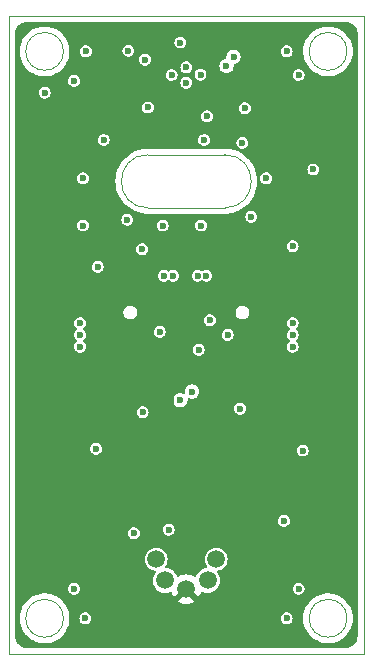
<source format=gbr>
%TF.GenerationSoftware,KiCad,Pcbnew,8.0.4*%
%TF.CreationDate,2024-11-15T13:14:51-06:00*%
%TF.ProjectId,BM_DepthIMU_v2,424d5f44-6570-4746-9849-4d555f76322e,rev?*%
%TF.SameCoordinates,Original*%
%TF.FileFunction,Copper,L3,Inr*%
%TF.FilePolarity,Positive*%
%FSLAX46Y46*%
G04 Gerber Fmt 4.6, Leading zero omitted, Abs format (unit mm)*
G04 Created by KiCad (PCBNEW 8.0.4) date 2024-11-15 13:14:51*
%MOMM*%
%LPD*%
G01*
G04 APERTURE LIST*
%TA.AperFunction,ComponentPad*%
%ADD10C,1.500000*%
%TD*%
%TA.AperFunction,ViaPad*%
%ADD11C,0.600000*%
%TD*%
%TA.AperFunction,Profile*%
%ADD12C,0.050000*%
%TD*%
G04 APERTURE END LIST*
D10*
%TO.N,EOC*%
%TO.C,U2*%
X152630000Y-114500000D03*
%TO.N,SDA*%
X151885000Y-116295000D03*
%TO.N,+3.3V*%
X150090000Y-117040000D03*
%TO.N,SLC*%
X148295000Y-116295000D03*
%TO.N,GND*%
X147550000Y-114500000D03*
%TD*%
D11*
%TO.N,GND*%
X142590000Y-89750000D03*
X145090000Y-85750000D03*
X148090000Y-86250000D03*
X151340000Y-86250000D03*
X155590000Y-85500000D03*
X156840000Y-82250000D03*
X154840000Y-79250000D03*
X146390000Y-102050000D03*
X153590000Y-95500000D03*
X141540000Y-119500000D03*
X159590000Y-73500000D03*
X159090000Y-95500000D03*
X159590000Y-117000000D03*
X158590000Y-119500000D03*
X152090000Y-94250000D03*
X148840000Y-73500000D03*
X147840000Y-95250000D03*
X159090000Y-88000000D03*
X141090000Y-94500000D03*
X159090000Y-94500000D03*
X146590000Y-72200000D03*
X141090000Y-96500000D03*
X140590000Y-74000000D03*
X151290000Y-73476471D03*
X146340000Y-88250000D03*
X151790000Y-90500000D03*
X159090000Y-96500000D03*
X148990000Y-90500000D03*
X142440000Y-105150000D03*
X149590000Y-70750000D03*
X148590000Y-112000000D03*
X141590000Y-71500000D03*
X148190000Y-90500000D03*
X141090000Y-95500000D03*
X151040000Y-90500000D03*
X159940000Y-105300000D03*
X140590000Y-117000000D03*
X141340000Y-86250000D03*
X158590000Y-71500000D03*
X138090000Y-75000000D03*
X160840000Y-81500000D03*
X150090000Y-72850000D03*
X158340000Y-111250000D03*
X150090000Y-74150000D03*
X141340000Y-82250000D03*
X143090000Y-79000000D03*
X145190000Y-71450000D03*
X155040000Y-76300000D03*
X145640000Y-112300000D03*
X146840000Y-76250000D03*
X154640000Y-101750000D03*
X151590000Y-79000000D03*
%TO.N,+3.3V*%
X155840000Y-74000000D03*
X148789997Y-101050000D03*
X153590000Y-90500000D03*
X148340000Y-70800000D03*
X143905667Y-73289626D03*
X151886321Y-100620210D03*
X152840000Y-90500000D03*
X149340000Y-76750000D03*
%TO.N,SDA*%
X154090000Y-71950000D03*
X150590000Y-100300000D03*
%TO.N,SLC*%
X149590000Y-101050000D03*
X153490000Y-72750000D03*
%TO.N,~{IMU_INT}*%
X151140000Y-96750000D03*
X151840000Y-77000000D03*
%TD*%
%TA.AperFunction,Conductor*%
%TO.N,+3.3V*%
G36*
X163601137Y-69001096D02*
G01*
X163772941Y-69018018D01*
X163796769Y-69022757D01*
X163961001Y-69072576D01*
X163983453Y-69081877D01*
X164134798Y-69162772D01*
X164155010Y-69176277D01*
X164287666Y-69285145D01*
X164304854Y-69302333D01*
X164413722Y-69434989D01*
X164427227Y-69455201D01*
X164508121Y-69606543D01*
X164517424Y-69629001D01*
X164567240Y-69793224D01*
X164571982Y-69817064D01*
X164586663Y-69966123D01*
X164588903Y-69988860D01*
X164589500Y-70001015D01*
X164589500Y-120998983D01*
X164588903Y-121011137D01*
X164571982Y-121182934D01*
X164567240Y-121206775D01*
X164517424Y-121370998D01*
X164508121Y-121393456D01*
X164427227Y-121544798D01*
X164413722Y-121565010D01*
X164304854Y-121697666D01*
X164287666Y-121714854D01*
X164155010Y-121823722D01*
X164134798Y-121837227D01*
X163983456Y-121918121D01*
X163960998Y-121927424D01*
X163796775Y-121977240D01*
X163772935Y-121981982D01*
X163667046Y-121992411D01*
X163601136Y-121998903D01*
X163588984Y-121999500D01*
X136591016Y-121999500D01*
X136578862Y-121998903D01*
X136407065Y-121981982D01*
X136383224Y-121977240D01*
X136219001Y-121927424D01*
X136196543Y-121918121D01*
X136045201Y-121837227D01*
X136024989Y-121823722D01*
X135892333Y-121714854D01*
X135875145Y-121697666D01*
X135766277Y-121565010D01*
X135752772Y-121544798D01*
X135671878Y-121393456D01*
X135662575Y-121370998D01*
X135662080Y-121369365D01*
X135612757Y-121206769D01*
X135608018Y-121182941D01*
X135591097Y-121011137D01*
X135590500Y-120998983D01*
X135590500Y-119500000D01*
X135984592Y-119500000D01*
X136004201Y-119786680D01*
X136062666Y-120068034D01*
X136062667Y-120068037D01*
X136158894Y-120338793D01*
X136158893Y-120338793D01*
X136291098Y-120593935D01*
X136456812Y-120828700D01*
X136541923Y-120919831D01*
X136652947Y-121038708D01*
X136830225Y-121182934D01*
X136875853Y-121220055D01*
X137121382Y-121369365D01*
X137308237Y-121450526D01*
X137384942Y-121483844D01*
X137661642Y-121561371D01*
X137911920Y-121595771D01*
X137946321Y-121600500D01*
X137946322Y-121600500D01*
X138233679Y-121600500D01*
X138264370Y-121596281D01*
X138518358Y-121561371D01*
X138795058Y-121483844D01*
X139003153Y-121393456D01*
X139058617Y-121369365D01*
X139058620Y-121369363D01*
X139058625Y-121369361D01*
X139304147Y-121220055D01*
X139527053Y-121038708D01*
X139723189Y-120828698D01*
X139888901Y-120593936D01*
X140021104Y-120338797D01*
X140117334Y-120068032D01*
X140175798Y-119786686D01*
X140195408Y-119500000D01*
X141034353Y-119500000D01*
X141054834Y-119642456D01*
X141114622Y-119773371D01*
X141114623Y-119773373D01*
X141208872Y-119882143D01*
X141329947Y-119959953D01*
X141329950Y-119959954D01*
X141329949Y-119959954D01*
X141468036Y-120000499D01*
X141468038Y-120000500D01*
X141468039Y-120000500D01*
X141611962Y-120000500D01*
X141611962Y-120000499D01*
X141750053Y-119959953D01*
X141871128Y-119882143D01*
X141965377Y-119773373D01*
X142025165Y-119642457D01*
X142045647Y-119500000D01*
X158084353Y-119500000D01*
X158104834Y-119642456D01*
X158164622Y-119773371D01*
X158164623Y-119773373D01*
X158258872Y-119882143D01*
X158379947Y-119959953D01*
X158379950Y-119959954D01*
X158379949Y-119959954D01*
X158518036Y-120000499D01*
X158518038Y-120000500D01*
X158518039Y-120000500D01*
X158661962Y-120000500D01*
X158661962Y-120000499D01*
X158800053Y-119959953D01*
X158921128Y-119882143D01*
X159015377Y-119773373D01*
X159075165Y-119642457D01*
X159095647Y-119500000D01*
X159984592Y-119500000D01*
X160004201Y-119786680D01*
X160062666Y-120068034D01*
X160062667Y-120068037D01*
X160158894Y-120338793D01*
X160158893Y-120338793D01*
X160291098Y-120593935D01*
X160456812Y-120828700D01*
X160541923Y-120919831D01*
X160652947Y-121038708D01*
X160830225Y-121182934D01*
X160875853Y-121220055D01*
X161121382Y-121369365D01*
X161308237Y-121450526D01*
X161384942Y-121483844D01*
X161661642Y-121561371D01*
X161911920Y-121595771D01*
X161946321Y-121600500D01*
X161946322Y-121600500D01*
X162233679Y-121600500D01*
X162264370Y-121596281D01*
X162518358Y-121561371D01*
X162795058Y-121483844D01*
X163003153Y-121393456D01*
X163058617Y-121369365D01*
X163058620Y-121369363D01*
X163058625Y-121369361D01*
X163304147Y-121220055D01*
X163527053Y-121038708D01*
X163723189Y-120828698D01*
X163888901Y-120593936D01*
X164021104Y-120338797D01*
X164117334Y-120068032D01*
X164175798Y-119786686D01*
X164195408Y-119500000D01*
X164175798Y-119213314D01*
X164117334Y-118931968D01*
X164021105Y-118661206D01*
X164021106Y-118661206D01*
X163888901Y-118406064D01*
X163723187Y-118171299D01*
X163640836Y-118083124D01*
X163527053Y-117961292D01*
X163304147Y-117779945D01*
X163304146Y-117779944D01*
X163058617Y-117630634D01*
X162795063Y-117516158D01*
X162795061Y-117516157D01*
X162795058Y-117516156D01*
X162627340Y-117469164D01*
X162518364Y-117438630D01*
X162518359Y-117438629D01*
X162518358Y-117438629D01*
X162376018Y-117419064D01*
X162233679Y-117399500D01*
X162233678Y-117399500D01*
X161946322Y-117399500D01*
X161946321Y-117399500D01*
X161661642Y-117438629D01*
X161661635Y-117438630D01*
X161453861Y-117496845D01*
X161384942Y-117516156D01*
X161384939Y-117516156D01*
X161384936Y-117516158D01*
X161384935Y-117516158D01*
X161121382Y-117630634D01*
X160875853Y-117779944D01*
X160652950Y-117961289D01*
X160456812Y-118171299D01*
X160291098Y-118406064D01*
X160158894Y-118661206D01*
X160062667Y-118931962D01*
X160062666Y-118931965D01*
X160004201Y-119213319D01*
X159984592Y-119500000D01*
X159095647Y-119500000D01*
X159075165Y-119357543D01*
X159015377Y-119226627D01*
X158921128Y-119117857D01*
X158800053Y-119040047D01*
X158800051Y-119040046D01*
X158800049Y-119040045D01*
X158800050Y-119040045D01*
X158661963Y-118999500D01*
X158661961Y-118999500D01*
X158518039Y-118999500D01*
X158518036Y-118999500D01*
X158379949Y-119040045D01*
X158258873Y-119117856D01*
X158164623Y-119226626D01*
X158164622Y-119226628D01*
X158104834Y-119357543D01*
X158084353Y-119500000D01*
X142045647Y-119500000D01*
X142025165Y-119357543D01*
X141965377Y-119226627D01*
X141871128Y-119117857D01*
X141750053Y-119040047D01*
X141750051Y-119040046D01*
X141750049Y-119040045D01*
X141750050Y-119040045D01*
X141611963Y-118999500D01*
X141611961Y-118999500D01*
X141468039Y-118999500D01*
X141468036Y-118999500D01*
X141329949Y-119040045D01*
X141208873Y-119117856D01*
X141114623Y-119226626D01*
X141114622Y-119226628D01*
X141054834Y-119357543D01*
X141034353Y-119500000D01*
X140195408Y-119500000D01*
X140175798Y-119213314D01*
X140117334Y-118931968D01*
X140021105Y-118661206D01*
X140021106Y-118661206D01*
X139888901Y-118406064D01*
X139723187Y-118171299D01*
X139640836Y-118083124D01*
X149400427Y-118083124D01*
X149462612Y-118126666D01*
X149660840Y-118219101D01*
X149660849Y-118219105D01*
X149872105Y-118275710D01*
X149872115Y-118275712D01*
X150089999Y-118294775D01*
X150090001Y-118294775D01*
X150307884Y-118275712D01*
X150307894Y-118275710D01*
X150519150Y-118219105D01*
X150519164Y-118219100D01*
X150717383Y-118126669D01*
X150717385Y-118126668D01*
X150779571Y-118083124D01*
X150090001Y-117393553D01*
X150090000Y-117393553D01*
X149400427Y-118083124D01*
X139640836Y-118083124D01*
X139527053Y-117961292D01*
X139304147Y-117779945D01*
X139304146Y-117779944D01*
X139058617Y-117630634D01*
X138795063Y-117516158D01*
X138795061Y-117516157D01*
X138795058Y-117516156D01*
X138627340Y-117469164D01*
X138518364Y-117438630D01*
X138518359Y-117438629D01*
X138518358Y-117438629D01*
X138376018Y-117419064D01*
X138233679Y-117399500D01*
X138233678Y-117399500D01*
X137946322Y-117399500D01*
X137946321Y-117399500D01*
X137661642Y-117438629D01*
X137661635Y-117438630D01*
X137453861Y-117496845D01*
X137384942Y-117516156D01*
X137384939Y-117516156D01*
X137384936Y-117516158D01*
X137384935Y-117516158D01*
X137121382Y-117630634D01*
X136875853Y-117779944D01*
X136652950Y-117961289D01*
X136456812Y-118171299D01*
X136291098Y-118406064D01*
X136158894Y-118661206D01*
X136062667Y-118931962D01*
X136062666Y-118931965D01*
X136004201Y-119213319D01*
X135984592Y-119500000D01*
X135590500Y-119500000D01*
X135590500Y-117000000D01*
X140084353Y-117000000D01*
X140104834Y-117142456D01*
X140164622Y-117273371D01*
X140164623Y-117273373D01*
X140258872Y-117382143D01*
X140379947Y-117459953D01*
X140379950Y-117459954D01*
X140379949Y-117459954D01*
X140518036Y-117500499D01*
X140518038Y-117500500D01*
X140518039Y-117500500D01*
X140661962Y-117500500D01*
X140661962Y-117500499D01*
X140800053Y-117459953D01*
X140921128Y-117382143D01*
X141015377Y-117273373D01*
X141075165Y-117142457D01*
X141095647Y-117000000D01*
X141075165Y-116857543D01*
X141015377Y-116726627D01*
X140921128Y-116617857D01*
X140800053Y-116540047D01*
X140800051Y-116540046D01*
X140800049Y-116540045D01*
X140800050Y-116540045D01*
X140661963Y-116499500D01*
X140661961Y-116499500D01*
X140518039Y-116499500D01*
X140518036Y-116499500D01*
X140379949Y-116540045D01*
X140258873Y-116617856D01*
X140164623Y-116726626D01*
X140164622Y-116726628D01*
X140104834Y-116857543D01*
X140084353Y-117000000D01*
X135590500Y-117000000D01*
X135590500Y-114500000D01*
X146594901Y-114500000D01*
X146613252Y-114686331D01*
X146613253Y-114686333D01*
X146667604Y-114865502D01*
X146755862Y-115030623D01*
X146755864Y-115030626D01*
X146874642Y-115175357D01*
X147019373Y-115294135D01*
X147019376Y-115294137D01*
X147067329Y-115319768D01*
X147184499Y-115382396D01*
X147363669Y-115436747D01*
X147388811Y-115439223D01*
X147453598Y-115465382D01*
X147493958Y-115522416D01*
X147497077Y-115592216D01*
X147472513Y-115641290D01*
X147417317Y-115708547D01*
X147319769Y-115891043D01*
X147319768Y-115891045D01*
X147319768Y-115891046D01*
X147318063Y-115896668D01*
X147259699Y-116089067D01*
X147239417Y-116295000D01*
X147259699Y-116500932D01*
X147289734Y-116599944D01*
X147319768Y-116698954D01*
X147417315Y-116881450D01*
X147417317Y-116881452D01*
X147548589Y-117041410D01*
X147594998Y-117079496D01*
X147708550Y-117172685D01*
X147891046Y-117270232D01*
X148089066Y-117330300D01*
X148089065Y-117330300D01*
X148107529Y-117332118D01*
X148295000Y-117350583D01*
X148500934Y-117330300D01*
X148698954Y-117270232D01*
X148699920Y-117269715D01*
X148700489Y-117269596D01*
X148704586Y-117267900D01*
X148704907Y-117268676D01*
X148768319Y-117255467D01*
X148833565Y-117280460D01*
X148874942Y-117336760D01*
X148878158Y-117346975D01*
X148910894Y-117469150D01*
X148910898Y-117469159D01*
X149003333Y-117667387D01*
X149046874Y-117729571D01*
X149795145Y-116981300D01*
X149790000Y-117000504D01*
X149790000Y-117079496D01*
X149810444Y-117155796D01*
X149849940Y-117224205D01*
X149905795Y-117280060D01*
X149974204Y-117319556D01*
X150050504Y-117340000D01*
X150129496Y-117340000D01*
X150205796Y-117319556D01*
X150274205Y-117280060D01*
X150330060Y-117224205D01*
X150369556Y-117155796D01*
X150390000Y-117079496D01*
X150390000Y-117000504D01*
X150384854Y-116981300D01*
X151133124Y-117729570D01*
X151176668Y-117667385D01*
X151176669Y-117667383D01*
X151269100Y-117469164D01*
X151269106Y-117469148D01*
X151301841Y-117346976D01*
X151338205Y-117287315D01*
X151401052Y-117256785D01*
X151470428Y-117265079D01*
X151480074Y-117269713D01*
X151481041Y-117270230D01*
X151481043Y-117270230D01*
X151481046Y-117270232D01*
X151679066Y-117330300D01*
X151679065Y-117330300D01*
X151697529Y-117332118D01*
X151885000Y-117350583D01*
X152090934Y-117330300D01*
X152288954Y-117270232D01*
X152471450Y-117172685D01*
X152631410Y-117041410D01*
X152665394Y-117000000D01*
X159084353Y-117000000D01*
X159104834Y-117142456D01*
X159164622Y-117273371D01*
X159164623Y-117273373D01*
X159258872Y-117382143D01*
X159379947Y-117459953D01*
X159379950Y-117459954D01*
X159379949Y-117459954D01*
X159518036Y-117500499D01*
X159518038Y-117500500D01*
X159518039Y-117500500D01*
X159661962Y-117500500D01*
X159661962Y-117500499D01*
X159800053Y-117459953D01*
X159921128Y-117382143D01*
X160015377Y-117273373D01*
X160075165Y-117142457D01*
X160095647Y-117000000D01*
X160075165Y-116857543D01*
X160015377Y-116726627D01*
X159921128Y-116617857D01*
X159800053Y-116540047D01*
X159800051Y-116540046D01*
X159800049Y-116540045D01*
X159800050Y-116540045D01*
X159661963Y-116499500D01*
X159661961Y-116499500D01*
X159518039Y-116499500D01*
X159518036Y-116499500D01*
X159379949Y-116540045D01*
X159258873Y-116617856D01*
X159164623Y-116726626D01*
X159164622Y-116726628D01*
X159104834Y-116857543D01*
X159084353Y-117000000D01*
X152665394Y-117000000D01*
X152762685Y-116881450D01*
X152860232Y-116698954D01*
X152920300Y-116500934D01*
X152940583Y-116295000D01*
X152920300Y-116089066D01*
X152860232Y-115891046D01*
X152762685Y-115708550D01*
X152734819Y-115674595D01*
X152707487Y-115641290D01*
X152680175Y-115576980D01*
X152691966Y-115508113D01*
X152739119Y-115456553D01*
X152791187Y-115439223D01*
X152816331Y-115436747D01*
X152995501Y-115382396D01*
X153160625Y-115294136D01*
X153305357Y-115175357D01*
X153424136Y-115030625D01*
X153512396Y-114865501D01*
X153566747Y-114686331D01*
X153585099Y-114500000D01*
X153566747Y-114313669D01*
X153512396Y-114134499D01*
X153424136Y-113969375D01*
X153424135Y-113969373D01*
X153305357Y-113824642D01*
X153160626Y-113705864D01*
X153160623Y-113705862D01*
X152995502Y-113617604D01*
X152816333Y-113563253D01*
X152816331Y-113563252D01*
X152630000Y-113544901D01*
X152443668Y-113563252D01*
X152443666Y-113563253D01*
X152264497Y-113617604D01*
X152099376Y-113705862D01*
X152099373Y-113705864D01*
X151954642Y-113824642D01*
X151835864Y-113969373D01*
X151835862Y-113969376D01*
X151747604Y-114134497D01*
X151693253Y-114313666D01*
X151693252Y-114313668D01*
X151674901Y-114500000D01*
X151693252Y-114686331D01*
X151693253Y-114686333D01*
X151747604Y-114865502D01*
X151835862Y-115030623D01*
X151835865Y-115030627D01*
X151850902Y-115048949D01*
X151878216Y-115113259D01*
X151866426Y-115182126D01*
X151819274Y-115233687D01*
X151767205Y-115251018D01*
X151679067Y-115259699D01*
X151481043Y-115319769D01*
X151370898Y-115378643D01*
X151298550Y-115417315D01*
X151298548Y-115417316D01*
X151298547Y-115417317D01*
X151138589Y-115548589D01*
X151007317Y-115708547D01*
X150909765Y-115891051D01*
X150907438Y-115896670D01*
X150906038Y-115896090D01*
X150871827Y-115948278D01*
X150808011Y-115976727D01*
X150738945Y-115966157D01*
X150720351Y-115955408D01*
X150717388Y-115953333D01*
X150519159Y-115860898D01*
X150519150Y-115860894D01*
X150307894Y-115804289D01*
X150307884Y-115804287D01*
X150090001Y-115785225D01*
X150089999Y-115785225D01*
X149872115Y-115804287D01*
X149872105Y-115804289D01*
X149660849Y-115860894D01*
X149660840Y-115860898D01*
X149462614Y-115953332D01*
X149462611Y-115953334D01*
X149459638Y-115955416D01*
X149458119Y-115955928D01*
X149457927Y-115956039D01*
X149457904Y-115956000D01*
X149393430Y-115977738D01*
X149325664Y-115960722D01*
X149277855Y-115909770D01*
X149272597Y-115896652D01*
X149272560Y-115896668D01*
X149270234Y-115891052D01*
X149270232Y-115891046D01*
X149172685Y-115708550D01*
X149120702Y-115645209D01*
X149041410Y-115548589D01*
X148923677Y-115451969D01*
X148881450Y-115417315D01*
X148698954Y-115319768D01*
X148500934Y-115259700D01*
X148500932Y-115259699D01*
X148500934Y-115259699D01*
X148412794Y-115251018D01*
X148348007Y-115224856D01*
X148307648Y-115167822D01*
X148304532Y-115098021D01*
X148329099Y-115048947D01*
X148344134Y-115030628D01*
X148344137Y-115030623D01*
X148432395Y-114865502D01*
X148432396Y-114865501D01*
X148486747Y-114686331D01*
X148505099Y-114500000D01*
X148486747Y-114313669D01*
X148432396Y-114134499D01*
X148344136Y-113969375D01*
X148344135Y-113969373D01*
X148225357Y-113824642D01*
X148080626Y-113705864D01*
X148080623Y-113705862D01*
X147915502Y-113617604D01*
X147736333Y-113563253D01*
X147736331Y-113563252D01*
X147550000Y-113544901D01*
X147363668Y-113563252D01*
X147363666Y-113563253D01*
X147184497Y-113617604D01*
X147019376Y-113705862D01*
X147019373Y-113705864D01*
X146874642Y-113824642D01*
X146755864Y-113969373D01*
X146755862Y-113969376D01*
X146667604Y-114134497D01*
X146613253Y-114313666D01*
X146613252Y-114313668D01*
X146594901Y-114500000D01*
X135590500Y-114500000D01*
X135590500Y-112300000D01*
X145134353Y-112300000D01*
X145154834Y-112442456D01*
X145214622Y-112573371D01*
X145214623Y-112573373D01*
X145308872Y-112682143D01*
X145429947Y-112759953D01*
X145429950Y-112759954D01*
X145429949Y-112759954D01*
X145568036Y-112800499D01*
X145568038Y-112800500D01*
X145568039Y-112800500D01*
X145711962Y-112800500D01*
X145711962Y-112800499D01*
X145850053Y-112759953D01*
X145971128Y-112682143D01*
X146065377Y-112573373D01*
X146125165Y-112442457D01*
X146145647Y-112300000D01*
X146125165Y-112157543D01*
X146065377Y-112026627D01*
X146042305Y-112000000D01*
X148084353Y-112000000D01*
X148104834Y-112142456D01*
X148164622Y-112273371D01*
X148164623Y-112273373D01*
X148258872Y-112382143D01*
X148379947Y-112459953D01*
X148379950Y-112459954D01*
X148379949Y-112459954D01*
X148518036Y-112500499D01*
X148518038Y-112500500D01*
X148518039Y-112500500D01*
X148661962Y-112500500D01*
X148661962Y-112500499D01*
X148800053Y-112459953D01*
X148921128Y-112382143D01*
X149015377Y-112273373D01*
X149075165Y-112142457D01*
X149095647Y-112000000D01*
X149075165Y-111857543D01*
X149015377Y-111726627D01*
X148921128Y-111617857D01*
X148800053Y-111540047D01*
X148800051Y-111540046D01*
X148800049Y-111540045D01*
X148800050Y-111540045D01*
X148661963Y-111499500D01*
X148661961Y-111499500D01*
X148518039Y-111499500D01*
X148518036Y-111499500D01*
X148379949Y-111540045D01*
X148258873Y-111617856D01*
X148164623Y-111726626D01*
X148164622Y-111726628D01*
X148104834Y-111857543D01*
X148084353Y-112000000D01*
X146042305Y-112000000D01*
X145971128Y-111917857D01*
X145850053Y-111840047D01*
X145850051Y-111840046D01*
X145850049Y-111840045D01*
X145850050Y-111840045D01*
X145711963Y-111799500D01*
X145711961Y-111799500D01*
X145568039Y-111799500D01*
X145568036Y-111799500D01*
X145429949Y-111840045D01*
X145308873Y-111917856D01*
X145214623Y-112026626D01*
X145214622Y-112026628D01*
X145154834Y-112157543D01*
X145134353Y-112300000D01*
X135590500Y-112300000D01*
X135590500Y-111250000D01*
X157834353Y-111250000D01*
X157854834Y-111392456D01*
X157903720Y-111499500D01*
X157914623Y-111523373D01*
X158008872Y-111632143D01*
X158129947Y-111709953D01*
X158129950Y-111709954D01*
X158129949Y-111709954D01*
X158268036Y-111750499D01*
X158268038Y-111750500D01*
X158268039Y-111750500D01*
X158411962Y-111750500D01*
X158411962Y-111750499D01*
X158550053Y-111709953D01*
X158671128Y-111632143D01*
X158765377Y-111523373D01*
X158825165Y-111392457D01*
X158845647Y-111250000D01*
X158825165Y-111107543D01*
X158765377Y-110976627D01*
X158671128Y-110867857D01*
X158550053Y-110790047D01*
X158550051Y-110790046D01*
X158550049Y-110790045D01*
X158550050Y-110790045D01*
X158411963Y-110749500D01*
X158411961Y-110749500D01*
X158268039Y-110749500D01*
X158268036Y-110749500D01*
X158129949Y-110790045D01*
X158008873Y-110867856D01*
X157914623Y-110976626D01*
X157914622Y-110976628D01*
X157854834Y-111107543D01*
X157834353Y-111250000D01*
X135590500Y-111250000D01*
X135590500Y-105150000D01*
X141934353Y-105150000D01*
X141954834Y-105292456D01*
X142014622Y-105423371D01*
X142014623Y-105423373D01*
X142108872Y-105532143D01*
X142229947Y-105609953D01*
X142229950Y-105609954D01*
X142229949Y-105609954D01*
X142368036Y-105650499D01*
X142368038Y-105650500D01*
X142368039Y-105650500D01*
X142511962Y-105650500D01*
X142511962Y-105650499D01*
X142650053Y-105609953D01*
X142771128Y-105532143D01*
X142865377Y-105423373D01*
X142921720Y-105300000D01*
X159434353Y-105300000D01*
X159454834Y-105442456D01*
X159514622Y-105573371D01*
X159514623Y-105573373D01*
X159608872Y-105682143D01*
X159729947Y-105759953D01*
X159729950Y-105759954D01*
X159729949Y-105759954D01*
X159868036Y-105800499D01*
X159868038Y-105800500D01*
X159868039Y-105800500D01*
X160011962Y-105800500D01*
X160011962Y-105800499D01*
X160150053Y-105759953D01*
X160271128Y-105682143D01*
X160365377Y-105573373D01*
X160425165Y-105442457D01*
X160445647Y-105300000D01*
X160425165Y-105157543D01*
X160365377Y-105026627D01*
X160271128Y-104917857D01*
X160150053Y-104840047D01*
X160150051Y-104840046D01*
X160150049Y-104840045D01*
X160150050Y-104840045D01*
X160011963Y-104799500D01*
X160011961Y-104799500D01*
X159868039Y-104799500D01*
X159868036Y-104799500D01*
X159729949Y-104840045D01*
X159608873Y-104917856D01*
X159514623Y-105026626D01*
X159514622Y-105026628D01*
X159454834Y-105157543D01*
X159434353Y-105300000D01*
X142921720Y-105300000D01*
X142925165Y-105292457D01*
X142945647Y-105150000D01*
X142925165Y-105007543D01*
X142865377Y-104876627D01*
X142771128Y-104767857D01*
X142650053Y-104690047D01*
X142650051Y-104690046D01*
X142650049Y-104690045D01*
X142650050Y-104690045D01*
X142511963Y-104649500D01*
X142511961Y-104649500D01*
X142368039Y-104649500D01*
X142368036Y-104649500D01*
X142229949Y-104690045D01*
X142108873Y-104767856D01*
X142014623Y-104876626D01*
X142014622Y-104876628D01*
X141954834Y-105007543D01*
X141934353Y-105150000D01*
X135590500Y-105150000D01*
X135590500Y-102050000D01*
X145884353Y-102050000D01*
X145904834Y-102192456D01*
X145964622Y-102323371D01*
X145964623Y-102323373D01*
X146058872Y-102432143D01*
X146179947Y-102509953D01*
X146179950Y-102509954D01*
X146179949Y-102509954D01*
X146318036Y-102550499D01*
X146318038Y-102550500D01*
X146318039Y-102550500D01*
X146461962Y-102550500D01*
X146461962Y-102550499D01*
X146600053Y-102509953D01*
X146721128Y-102432143D01*
X146815377Y-102323373D01*
X146875165Y-102192457D01*
X146895647Y-102050000D01*
X146875165Y-101907543D01*
X146815377Y-101776627D01*
X146792305Y-101750000D01*
X154134353Y-101750000D01*
X154154834Y-101892456D01*
X154214622Y-102023371D01*
X154214623Y-102023373D01*
X154308872Y-102132143D01*
X154429947Y-102209953D01*
X154429950Y-102209954D01*
X154429949Y-102209954D01*
X154568036Y-102250499D01*
X154568038Y-102250500D01*
X154568039Y-102250500D01*
X154711962Y-102250500D01*
X154711962Y-102250499D01*
X154850053Y-102209953D01*
X154971128Y-102132143D01*
X155065377Y-102023373D01*
X155125165Y-101892457D01*
X155145647Y-101750000D01*
X155125165Y-101607543D01*
X155065377Y-101476627D01*
X154971128Y-101367857D01*
X154850053Y-101290047D01*
X154850051Y-101290046D01*
X154850049Y-101290045D01*
X154850050Y-101290045D01*
X154711963Y-101249500D01*
X154711961Y-101249500D01*
X154568039Y-101249500D01*
X154568036Y-101249500D01*
X154429949Y-101290045D01*
X154308873Y-101367856D01*
X154214623Y-101476626D01*
X154214622Y-101476628D01*
X154154834Y-101607543D01*
X154134353Y-101750000D01*
X146792305Y-101750000D01*
X146721128Y-101667857D01*
X146600053Y-101590047D01*
X146600051Y-101590046D01*
X146600049Y-101590045D01*
X146600050Y-101590045D01*
X146461963Y-101549500D01*
X146461961Y-101549500D01*
X146318039Y-101549500D01*
X146318036Y-101549500D01*
X146179949Y-101590045D01*
X146058873Y-101667856D01*
X145964623Y-101776626D01*
X145964622Y-101776628D01*
X145904834Y-101907543D01*
X145884353Y-102050000D01*
X135590500Y-102050000D01*
X135590500Y-101049998D01*
X148984318Y-101049998D01*
X148984318Y-101050001D01*
X149004955Y-101206760D01*
X149004956Y-101206762D01*
X149065464Y-101352841D01*
X149161718Y-101478282D01*
X149287159Y-101574536D01*
X149433238Y-101635044D01*
X149511619Y-101645363D01*
X149589999Y-101655682D01*
X149590000Y-101655682D01*
X149590001Y-101655682D01*
X149642254Y-101648802D01*
X149746762Y-101635044D01*
X149892841Y-101574536D01*
X150018282Y-101478282D01*
X150114536Y-101352841D01*
X150175044Y-101206762D01*
X150195682Y-101050000D01*
X150187044Y-100984389D01*
X150197809Y-100915357D01*
X150244189Y-100863101D01*
X150311458Y-100844215D01*
X150357432Y-100853644D01*
X150433238Y-100885044D01*
X150495478Y-100893238D01*
X150589999Y-100905682D01*
X150590000Y-100905682D01*
X150590001Y-100905682D01*
X150684514Y-100893239D01*
X150746762Y-100885044D01*
X150892841Y-100824536D01*
X151018282Y-100728282D01*
X151114536Y-100602841D01*
X151175044Y-100456762D01*
X151195682Y-100300000D01*
X151175044Y-100143238D01*
X151114536Y-99997159D01*
X151018282Y-99871718D01*
X150892841Y-99775464D01*
X150746762Y-99714956D01*
X150746760Y-99714955D01*
X150590001Y-99694318D01*
X150589999Y-99694318D01*
X150433239Y-99714955D01*
X150433237Y-99714956D01*
X150287160Y-99775463D01*
X150161718Y-99871718D01*
X150065463Y-99997160D01*
X150004956Y-100143237D01*
X150004955Y-100143239D01*
X149984318Y-100299998D01*
X149984318Y-100300001D01*
X149992955Y-100365608D01*
X149982189Y-100434644D01*
X149935809Y-100486899D01*
X149868540Y-100505784D01*
X149822563Y-100496354D01*
X149746762Y-100464956D01*
X149746760Y-100464955D01*
X149590001Y-100444318D01*
X149589999Y-100444318D01*
X149433239Y-100464955D01*
X149433237Y-100464956D01*
X149287160Y-100525463D01*
X149161718Y-100621718D01*
X149065463Y-100747160D01*
X149004956Y-100893237D01*
X149004955Y-100893239D01*
X148984318Y-101049998D01*
X135590500Y-101049998D01*
X135590500Y-94500000D01*
X140584353Y-94500000D01*
X140604834Y-94642456D01*
X140635660Y-94709954D01*
X140664623Y-94773373D01*
X140758872Y-94882143D01*
X140766324Y-94886932D01*
X140779943Y-94895685D01*
X140825698Y-94948489D01*
X140835641Y-95017648D01*
X140806615Y-95081203D01*
X140779943Y-95104315D01*
X140758874Y-95117855D01*
X140664623Y-95226626D01*
X140664622Y-95226628D01*
X140604834Y-95357543D01*
X140584353Y-95500000D01*
X140604834Y-95642456D01*
X140635660Y-95709954D01*
X140664623Y-95773373D01*
X140758872Y-95882143D01*
X140766324Y-95886932D01*
X140779943Y-95895685D01*
X140825698Y-95948489D01*
X140835641Y-96017648D01*
X140806615Y-96081203D01*
X140779943Y-96104315D01*
X140758874Y-96117855D01*
X140664623Y-96226626D01*
X140664622Y-96226628D01*
X140604834Y-96357543D01*
X140584353Y-96500000D01*
X140604834Y-96642456D01*
X140653949Y-96750000D01*
X140664623Y-96773373D01*
X140758872Y-96882143D01*
X140879947Y-96959953D01*
X140879950Y-96959954D01*
X140879949Y-96959954D01*
X141018036Y-97000499D01*
X141018038Y-97000500D01*
X141018039Y-97000500D01*
X141161962Y-97000500D01*
X141161962Y-97000499D01*
X141300053Y-96959953D01*
X141421128Y-96882143D01*
X141515377Y-96773373D01*
X141526051Y-96750000D01*
X150634353Y-96750000D01*
X150654834Y-96892456D01*
X150685660Y-96959954D01*
X150714623Y-97023373D01*
X150808872Y-97132143D01*
X150929947Y-97209953D01*
X150929950Y-97209954D01*
X150929949Y-97209954D01*
X151068036Y-97250499D01*
X151068038Y-97250500D01*
X151068039Y-97250500D01*
X151211962Y-97250500D01*
X151211962Y-97250499D01*
X151350053Y-97209953D01*
X151471128Y-97132143D01*
X151565377Y-97023373D01*
X151625165Y-96892457D01*
X151645647Y-96750000D01*
X151625165Y-96607543D01*
X151565377Y-96476627D01*
X151471128Y-96367857D01*
X151350053Y-96290047D01*
X151350051Y-96290046D01*
X151350049Y-96290045D01*
X151350050Y-96290045D01*
X151211963Y-96249500D01*
X151211961Y-96249500D01*
X151068039Y-96249500D01*
X151068036Y-96249500D01*
X150929949Y-96290045D01*
X150808873Y-96367856D01*
X150714623Y-96476626D01*
X150714622Y-96476628D01*
X150654834Y-96607543D01*
X150634353Y-96750000D01*
X141526051Y-96750000D01*
X141575165Y-96642457D01*
X141595647Y-96500000D01*
X141575165Y-96357543D01*
X141515377Y-96226627D01*
X141421128Y-96117857D01*
X141421125Y-96117855D01*
X141421125Y-96117854D01*
X141400058Y-96104316D01*
X141354302Y-96051513D01*
X141344358Y-95982354D01*
X141373382Y-95918798D01*
X141400058Y-95895684D01*
X141421125Y-95882145D01*
X141421125Y-95882144D01*
X141421128Y-95882143D01*
X141515377Y-95773373D01*
X141575165Y-95642457D01*
X141595647Y-95500000D01*
X141575165Y-95357543D01*
X141526051Y-95250000D01*
X147334353Y-95250000D01*
X147354834Y-95392456D01*
X147403949Y-95500000D01*
X147414623Y-95523373D01*
X147508872Y-95632143D01*
X147629947Y-95709953D01*
X147629950Y-95709954D01*
X147629949Y-95709954D01*
X147768036Y-95750499D01*
X147768038Y-95750500D01*
X147768039Y-95750500D01*
X147911962Y-95750500D01*
X147911962Y-95750499D01*
X148050053Y-95709953D01*
X148171128Y-95632143D01*
X148265377Y-95523373D01*
X148276051Y-95500000D01*
X153084353Y-95500000D01*
X153104834Y-95642456D01*
X153135660Y-95709954D01*
X153164623Y-95773373D01*
X153258872Y-95882143D01*
X153379947Y-95959953D01*
X153379950Y-95959954D01*
X153379949Y-95959954D01*
X153487107Y-95991417D01*
X153516336Y-96000000D01*
X153518036Y-96000499D01*
X153518038Y-96000500D01*
X153518039Y-96000500D01*
X153661962Y-96000500D01*
X153661962Y-96000499D01*
X153800053Y-95959953D01*
X153921128Y-95882143D01*
X154015377Y-95773373D01*
X154075165Y-95642457D01*
X154095647Y-95500000D01*
X154075165Y-95357543D01*
X154015377Y-95226627D01*
X153921128Y-95117857D01*
X153800053Y-95040047D01*
X153800051Y-95040046D01*
X153800049Y-95040045D01*
X153800050Y-95040045D01*
X153661963Y-94999500D01*
X153661961Y-94999500D01*
X153518039Y-94999500D01*
X153518036Y-94999500D01*
X153379949Y-95040045D01*
X153258873Y-95117856D01*
X153164623Y-95226626D01*
X153164622Y-95226628D01*
X153104834Y-95357543D01*
X153084353Y-95500000D01*
X148276051Y-95500000D01*
X148325165Y-95392457D01*
X148345647Y-95250000D01*
X148325165Y-95107543D01*
X148265377Y-94976627D01*
X148171128Y-94867857D01*
X148050053Y-94790047D01*
X148050051Y-94790046D01*
X148050049Y-94790045D01*
X148050050Y-94790045D01*
X147911963Y-94749500D01*
X147911961Y-94749500D01*
X147768039Y-94749500D01*
X147768036Y-94749500D01*
X147629949Y-94790045D01*
X147508873Y-94867856D01*
X147414623Y-94976626D01*
X147414622Y-94976628D01*
X147354834Y-95107543D01*
X147334353Y-95250000D01*
X141526051Y-95250000D01*
X141515377Y-95226627D01*
X141421128Y-95117857D01*
X141421125Y-95117855D01*
X141421125Y-95117854D01*
X141400058Y-95104316D01*
X141354302Y-95051513D01*
X141344358Y-94982354D01*
X141373382Y-94918798D01*
X141400058Y-94895684D01*
X141421125Y-94882145D01*
X141421125Y-94882144D01*
X141421128Y-94882143D01*
X141515377Y-94773373D01*
X141575165Y-94642457D01*
X141595647Y-94500000D01*
X141575165Y-94357543D01*
X141526051Y-94250000D01*
X151584353Y-94250000D01*
X151604834Y-94392456D01*
X151653949Y-94500000D01*
X151664623Y-94523373D01*
X151758872Y-94632143D01*
X151879947Y-94709953D01*
X151879950Y-94709954D01*
X151879949Y-94709954D01*
X151987107Y-94741417D01*
X152014633Y-94749500D01*
X152018036Y-94750499D01*
X152018038Y-94750500D01*
X152018039Y-94750500D01*
X152161962Y-94750500D01*
X152161962Y-94750499D01*
X152300053Y-94709953D01*
X152421128Y-94632143D01*
X152515377Y-94523373D01*
X152526051Y-94500000D01*
X158584353Y-94500000D01*
X158604834Y-94642456D01*
X158635660Y-94709954D01*
X158664623Y-94773373D01*
X158758872Y-94882143D01*
X158766324Y-94886932D01*
X158779943Y-94895685D01*
X158825698Y-94948489D01*
X158835641Y-95017648D01*
X158806615Y-95081203D01*
X158779943Y-95104315D01*
X158758874Y-95117855D01*
X158664623Y-95226626D01*
X158664622Y-95226628D01*
X158604834Y-95357543D01*
X158584353Y-95500000D01*
X158604834Y-95642456D01*
X158635660Y-95709954D01*
X158664623Y-95773373D01*
X158758872Y-95882143D01*
X158766324Y-95886932D01*
X158779943Y-95895685D01*
X158825698Y-95948489D01*
X158835641Y-96017648D01*
X158806615Y-96081203D01*
X158779943Y-96104315D01*
X158758874Y-96117855D01*
X158664623Y-96226626D01*
X158664622Y-96226628D01*
X158604834Y-96357543D01*
X158584353Y-96500000D01*
X158604834Y-96642456D01*
X158653949Y-96750000D01*
X158664623Y-96773373D01*
X158758872Y-96882143D01*
X158879947Y-96959953D01*
X158879950Y-96959954D01*
X158879949Y-96959954D01*
X159018036Y-97000499D01*
X159018038Y-97000500D01*
X159018039Y-97000500D01*
X159161962Y-97000500D01*
X159161962Y-97000499D01*
X159300053Y-96959953D01*
X159421128Y-96882143D01*
X159515377Y-96773373D01*
X159575165Y-96642457D01*
X159595647Y-96500000D01*
X159575165Y-96357543D01*
X159515377Y-96226627D01*
X159421128Y-96117857D01*
X159421125Y-96117855D01*
X159421125Y-96117854D01*
X159400058Y-96104316D01*
X159354302Y-96051513D01*
X159344358Y-95982354D01*
X159373382Y-95918798D01*
X159400058Y-95895684D01*
X159421125Y-95882145D01*
X159421125Y-95882144D01*
X159421128Y-95882143D01*
X159515377Y-95773373D01*
X159575165Y-95642457D01*
X159595647Y-95500000D01*
X159575165Y-95357543D01*
X159515377Y-95226627D01*
X159421128Y-95117857D01*
X159421125Y-95117855D01*
X159421125Y-95117854D01*
X159400058Y-95104316D01*
X159354302Y-95051513D01*
X159344358Y-94982354D01*
X159373382Y-94918798D01*
X159400058Y-94895684D01*
X159421125Y-94882145D01*
X159421125Y-94882144D01*
X159421128Y-94882143D01*
X159515377Y-94773373D01*
X159575165Y-94642457D01*
X159595647Y-94500000D01*
X159575165Y-94357543D01*
X159515377Y-94226627D01*
X159421128Y-94117857D01*
X159300053Y-94040047D01*
X159300051Y-94040046D01*
X159300049Y-94040045D01*
X159300050Y-94040045D01*
X159161963Y-93999500D01*
X159161961Y-93999500D01*
X159018039Y-93999500D01*
X159018036Y-93999500D01*
X158879949Y-94040045D01*
X158758873Y-94117856D01*
X158664623Y-94226626D01*
X158664622Y-94226628D01*
X158604834Y-94357543D01*
X158584353Y-94500000D01*
X152526051Y-94500000D01*
X152575165Y-94392457D01*
X152595647Y-94250000D01*
X152575165Y-94107543D01*
X152515377Y-93976627D01*
X152421128Y-93867857D01*
X152300053Y-93790047D01*
X152300051Y-93790046D01*
X152300049Y-93790045D01*
X152300050Y-93790045D01*
X152161963Y-93749500D01*
X152161961Y-93749500D01*
X152018039Y-93749500D01*
X152018036Y-93749500D01*
X151879949Y-93790045D01*
X151758873Y-93867856D01*
X151664623Y-93976626D01*
X151664622Y-93976628D01*
X151604834Y-94107543D01*
X151584353Y-94250000D01*
X141526051Y-94250000D01*
X141515377Y-94226627D01*
X141421128Y-94117857D01*
X141300053Y-94040047D01*
X141300051Y-94040046D01*
X141300049Y-94040045D01*
X141300050Y-94040045D01*
X141161963Y-93999500D01*
X141161961Y-93999500D01*
X141018039Y-93999500D01*
X141018036Y-93999500D01*
X140879949Y-94040045D01*
X140758873Y-94117856D01*
X140664623Y-94226626D01*
X140664622Y-94226628D01*
X140604834Y-94357543D01*
X140584353Y-94500000D01*
X135590500Y-94500000D01*
X135590500Y-93524234D01*
X144764500Y-93524234D01*
X144764500Y-93675765D01*
X144803719Y-93822136D01*
X144830116Y-93867856D01*
X144879485Y-93953365D01*
X144986635Y-94060515D01*
X145117865Y-94136281D01*
X145264234Y-94175500D01*
X145264236Y-94175500D01*
X145415764Y-94175500D01*
X145415766Y-94175500D01*
X145562135Y-94136281D01*
X145693365Y-94060515D01*
X145800515Y-93953365D01*
X145876281Y-93822135D01*
X145915500Y-93675766D01*
X145915500Y-93524234D01*
X154264500Y-93524234D01*
X154264500Y-93675765D01*
X154303719Y-93822136D01*
X154330116Y-93867856D01*
X154379485Y-93953365D01*
X154486635Y-94060515D01*
X154617865Y-94136281D01*
X154764234Y-94175500D01*
X154764236Y-94175500D01*
X154915764Y-94175500D01*
X154915766Y-94175500D01*
X155062135Y-94136281D01*
X155193365Y-94060515D01*
X155300515Y-93953365D01*
X155376281Y-93822135D01*
X155415500Y-93675766D01*
X155415500Y-93524234D01*
X155376281Y-93377865D01*
X155300515Y-93246635D01*
X155193365Y-93139485D01*
X155127750Y-93101602D01*
X155062136Y-93063719D01*
X154988950Y-93044109D01*
X154915766Y-93024500D01*
X154764234Y-93024500D01*
X154617863Y-93063719D01*
X154486635Y-93139485D01*
X154486632Y-93139487D01*
X154379487Y-93246632D01*
X154379485Y-93246635D01*
X154303719Y-93377863D01*
X154264500Y-93524234D01*
X145915500Y-93524234D01*
X145876281Y-93377865D01*
X145800515Y-93246635D01*
X145693365Y-93139485D01*
X145627750Y-93101602D01*
X145562136Y-93063719D01*
X145488950Y-93044109D01*
X145415766Y-93024500D01*
X145264234Y-93024500D01*
X145117863Y-93063719D01*
X144986635Y-93139485D01*
X144986632Y-93139487D01*
X144879487Y-93246632D01*
X144879485Y-93246635D01*
X144803719Y-93377863D01*
X144764500Y-93524234D01*
X135590500Y-93524234D01*
X135590500Y-90500000D01*
X147684353Y-90500000D01*
X147704834Y-90642456D01*
X147764622Y-90773371D01*
X147764623Y-90773373D01*
X147858872Y-90882143D01*
X147979947Y-90959953D01*
X147979950Y-90959954D01*
X147979949Y-90959954D01*
X148118036Y-91000499D01*
X148118038Y-91000500D01*
X148118039Y-91000500D01*
X148261962Y-91000500D01*
X148261962Y-91000499D01*
X148400050Y-90959954D01*
X148400051Y-90959954D01*
X148400053Y-90959953D01*
X148521128Y-90882143D01*
X148521129Y-90882141D01*
X148522960Y-90880965D01*
X148590000Y-90861280D01*
X148657039Y-90880964D01*
X148657040Y-90880965D01*
X148658870Y-90882141D01*
X148658872Y-90882143D01*
X148682040Y-90897032D01*
X148779948Y-90959954D01*
X148918036Y-91000499D01*
X148918038Y-91000500D01*
X148918039Y-91000500D01*
X149061962Y-91000500D01*
X149061962Y-91000499D01*
X149200053Y-90959953D01*
X149321128Y-90882143D01*
X149415377Y-90773373D01*
X149475165Y-90642457D01*
X149495647Y-90500000D01*
X150534353Y-90500000D01*
X150554834Y-90642456D01*
X150614622Y-90773371D01*
X150614623Y-90773373D01*
X150708872Y-90882143D01*
X150829947Y-90959953D01*
X150829950Y-90959954D01*
X150829949Y-90959954D01*
X150968036Y-91000499D01*
X150968038Y-91000500D01*
X150968039Y-91000500D01*
X151111962Y-91000500D01*
X151111962Y-91000499D01*
X151250053Y-90959953D01*
X151347960Y-90897031D01*
X151415000Y-90877347D01*
X151482039Y-90897032D01*
X151482040Y-90897032D01*
X151579947Y-90959953D01*
X151579948Y-90959953D01*
X151579949Y-90959954D01*
X151718036Y-91000499D01*
X151718038Y-91000500D01*
X151718039Y-91000500D01*
X151861962Y-91000500D01*
X151861962Y-91000499D01*
X152000053Y-90959953D01*
X152121128Y-90882143D01*
X152215377Y-90773373D01*
X152275165Y-90642457D01*
X152295647Y-90500000D01*
X152275165Y-90357543D01*
X152215377Y-90226627D01*
X152121128Y-90117857D01*
X152000053Y-90040047D01*
X152000051Y-90040046D01*
X152000049Y-90040045D01*
X152000050Y-90040045D01*
X151861963Y-89999500D01*
X151861961Y-89999500D01*
X151718039Y-89999500D01*
X151718036Y-89999500D01*
X151579949Y-90040045D01*
X151482039Y-90102968D01*
X151414999Y-90122652D01*
X151347961Y-90102968D01*
X151250050Y-90040045D01*
X151111963Y-89999500D01*
X151111961Y-89999500D01*
X150968039Y-89999500D01*
X150968036Y-89999500D01*
X150829949Y-90040045D01*
X150708873Y-90117856D01*
X150614623Y-90226626D01*
X150614622Y-90226628D01*
X150554834Y-90357543D01*
X150534353Y-90500000D01*
X149495647Y-90500000D01*
X149475165Y-90357543D01*
X149415377Y-90226627D01*
X149321128Y-90117857D01*
X149200053Y-90040047D01*
X149200051Y-90040046D01*
X149200049Y-90040045D01*
X149200050Y-90040045D01*
X149061963Y-89999500D01*
X149061961Y-89999500D01*
X148918039Y-89999500D01*
X148918036Y-89999500D01*
X148779949Y-90040045D01*
X148657039Y-90119035D01*
X148590000Y-90138719D01*
X148522961Y-90119035D01*
X148497960Y-90102968D01*
X148400053Y-90040047D01*
X148400051Y-90040046D01*
X148400049Y-90040045D01*
X148400050Y-90040045D01*
X148261963Y-89999500D01*
X148261961Y-89999500D01*
X148118039Y-89999500D01*
X148118036Y-89999500D01*
X147979949Y-90040045D01*
X147858873Y-90117856D01*
X147764623Y-90226626D01*
X147764622Y-90226628D01*
X147704834Y-90357543D01*
X147684353Y-90500000D01*
X135590500Y-90500000D01*
X135590500Y-89750000D01*
X142084353Y-89750000D01*
X142104834Y-89892456D01*
X142153720Y-89999500D01*
X142164623Y-90023373D01*
X142258872Y-90132143D01*
X142379947Y-90209953D01*
X142379950Y-90209954D01*
X142379949Y-90209954D01*
X142518036Y-90250499D01*
X142518038Y-90250500D01*
X142518039Y-90250500D01*
X142661962Y-90250500D01*
X142661962Y-90250499D01*
X142800053Y-90209953D01*
X142921128Y-90132143D01*
X143015377Y-90023373D01*
X143075165Y-89892457D01*
X143095647Y-89750000D01*
X143075165Y-89607543D01*
X143015377Y-89476627D01*
X142921128Y-89367857D01*
X142800053Y-89290047D01*
X142800051Y-89290046D01*
X142800049Y-89290045D01*
X142800050Y-89290045D01*
X142661963Y-89249500D01*
X142661961Y-89249500D01*
X142518039Y-89249500D01*
X142518036Y-89249500D01*
X142379949Y-89290045D01*
X142258873Y-89367856D01*
X142164623Y-89476626D01*
X142164622Y-89476628D01*
X142104834Y-89607543D01*
X142084353Y-89750000D01*
X135590500Y-89750000D01*
X135590500Y-88250000D01*
X145834353Y-88250000D01*
X145854834Y-88392456D01*
X145885660Y-88459954D01*
X145914623Y-88523373D01*
X146008872Y-88632143D01*
X146129947Y-88709953D01*
X146129950Y-88709954D01*
X146129949Y-88709954D01*
X146268036Y-88750499D01*
X146268038Y-88750500D01*
X146268039Y-88750500D01*
X146411962Y-88750500D01*
X146411962Y-88750499D01*
X146550053Y-88709953D01*
X146671128Y-88632143D01*
X146765377Y-88523373D01*
X146825165Y-88392457D01*
X146845647Y-88250000D01*
X146825165Y-88107543D01*
X146776051Y-88000000D01*
X158584353Y-88000000D01*
X158604834Y-88142456D01*
X158653949Y-88250000D01*
X158664623Y-88273373D01*
X158758872Y-88382143D01*
X158879947Y-88459953D01*
X158879950Y-88459954D01*
X158879949Y-88459954D01*
X159018036Y-88500499D01*
X159018038Y-88500500D01*
X159018039Y-88500500D01*
X159161962Y-88500500D01*
X159161962Y-88500499D01*
X159300053Y-88459953D01*
X159421128Y-88382143D01*
X159515377Y-88273373D01*
X159575165Y-88142457D01*
X159595647Y-88000000D01*
X159575165Y-87857543D01*
X159515377Y-87726627D01*
X159421128Y-87617857D01*
X159300053Y-87540047D01*
X159300051Y-87540046D01*
X159300049Y-87540045D01*
X159300050Y-87540045D01*
X159161963Y-87499500D01*
X159161961Y-87499500D01*
X159018039Y-87499500D01*
X159018036Y-87499500D01*
X158879949Y-87540045D01*
X158758873Y-87617856D01*
X158664623Y-87726626D01*
X158664622Y-87726628D01*
X158604834Y-87857543D01*
X158584353Y-88000000D01*
X146776051Y-88000000D01*
X146765377Y-87976627D01*
X146671128Y-87867857D01*
X146550053Y-87790047D01*
X146550051Y-87790046D01*
X146550049Y-87790045D01*
X146550050Y-87790045D01*
X146411963Y-87749500D01*
X146411961Y-87749500D01*
X146268039Y-87749500D01*
X146268036Y-87749500D01*
X146129949Y-87790045D01*
X146008873Y-87867856D01*
X145914623Y-87976626D01*
X145914622Y-87976628D01*
X145854834Y-88107543D01*
X145834353Y-88250000D01*
X135590500Y-88250000D01*
X135590500Y-86250000D01*
X140834353Y-86250000D01*
X140854834Y-86392456D01*
X140914622Y-86523371D01*
X140914623Y-86523373D01*
X141008872Y-86632143D01*
X141129947Y-86709953D01*
X141129950Y-86709954D01*
X141129949Y-86709954D01*
X141268036Y-86750499D01*
X141268038Y-86750500D01*
X141268039Y-86750500D01*
X141411962Y-86750500D01*
X141411962Y-86750499D01*
X141550053Y-86709953D01*
X141671128Y-86632143D01*
X141765377Y-86523373D01*
X141825165Y-86392457D01*
X141845647Y-86250000D01*
X141825165Y-86107543D01*
X141765377Y-85976627D01*
X141671128Y-85867857D01*
X141550053Y-85790047D01*
X141550051Y-85790046D01*
X141550049Y-85790045D01*
X141550050Y-85790045D01*
X141413666Y-85750000D01*
X144584353Y-85750000D01*
X144604834Y-85892456D01*
X144643275Y-85976628D01*
X144664623Y-86023373D01*
X144758872Y-86132143D01*
X144879947Y-86209953D01*
X144879950Y-86209954D01*
X144879949Y-86209954D01*
X144987107Y-86241417D01*
X145016336Y-86250000D01*
X145018036Y-86250499D01*
X145018038Y-86250500D01*
X145018039Y-86250500D01*
X145161962Y-86250500D01*
X145161962Y-86250499D01*
X145163661Y-86250000D01*
X147584353Y-86250000D01*
X147604834Y-86392456D01*
X147664622Y-86523371D01*
X147664623Y-86523373D01*
X147758872Y-86632143D01*
X147879947Y-86709953D01*
X147879950Y-86709954D01*
X147879949Y-86709954D01*
X148018036Y-86750499D01*
X148018038Y-86750500D01*
X148018039Y-86750500D01*
X148161962Y-86750500D01*
X148161962Y-86750499D01*
X148300053Y-86709953D01*
X148421128Y-86632143D01*
X148515377Y-86523373D01*
X148575165Y-86392457D01*
X148595647Y-86250000D01*
X150834353Y-86250000D01*
X150854834Y-86392456D01*
X150914622Y-86523371D01*
X150914623Y-86523373D01*
X151008872Y-86632143D01*
X151129947Y-86709953D01*
X151129950Y-86709954D01*
X151129949Y-86709954D01*
X151268036Y-86750499D01*
X151268038Y-86750500D01*
X151268039Y-86750500D01*
X151411962Y-86750500D01*
X151411962Y-86750499D01*
X151550053Y-86709953D01*
X151671128Y-86632143D01*
X151765377Y-86523373D01*
X151825165Y-86392457D01*
X151845647Y-86250000D01*
X151825165Y-86107543D01*
X151765377Y-85976627D01*
X151671128Y-85867857D01*
X151550053Y-85790047D01*
X151550051Y-85790046D01*
X151550049Y-85790045D01*
X151550050Y-85790045D01*
X151411963Y-85749500D01*
X151411961Y-85749500D01*
X151268039Y-85749500D01*
X151268036Y-85749500D01*
X151129949Y-85790045D01*
X151008873Y-85867856D01*
X150914623Y-85976626D01*
X150914622Y-85976628D01*
X150854834Y-86107543D01*
X150834353Y-86250000D01*
X148595647Y-86250000D01*
X148575165Y-86107543D01*
X148515377Y-85976627D01*
X148421128Y-85867857D01*
X148300053Y-85790047D01*
X148300051Y-85790046D01*
X148300049Y-85790045D01*
X148300050Y-85790045D01*
X148161963Y-85749500D01*
X148161961Y-85749500D01*
X148018039Y-85749500D01*
X148018036Y-85749500D01*
X147879949Y-85790045D01*
X147758873Y-85867856D01*
X147664623Y-85976626D01*
X147664622Y-85976628D01*
X147604834Y-86107543D01*
X147584353Y-86250000D01*
X145163661Y-86250000D01*
X145300053Y-86209953D01*
X145421128Y-86132143D01*
X145515377Y-86023373D01*
X145575165Y-85892457D01*
X145595647Y-85750000D01*
X145575165Y-85607543D01*
X145526051Y-85500000D01*
X155084353Y-85500000D01*
X155104834Y-85642456D01*
X155153720Y-85749500D01*
X155164623Y-85773373D01*
X155258872Y-85882143D01*
X155379947Y-85959953D01*
X155379950Y-85959954D01*
X155379949Y-85959954D01*
X155518036Y-86000499D01*
X155518038Y-86000500D01*
X155518039Y-86000500D01*
X155661962Y-86000500D01*
X155661962Y-86000499D01*
X155800053Y-85959953D01*
X155921128Y-85882143D01*
X156015377Y-85773373D01*
X156075165Y-85642457D01*
X156095647Y-85500000D01*
X156075165Y-85357543D01*
X156015377Y-85226627D01*
X155921128Y-85117857D01*
X155800053Y-85040047D01*
X155800051Y-85040046D01*
X155800049Y-85040045D01*
X155800050Y-85040045D01*
X155661963Y-84999500D01*
X155661961Y-84999500D01*
X155518039Y-84999500D01*
X155518036Y-84999500D01*
X155379949Y-85040045D01*
X155258873Y-85117856D01*
X155164623Y-85226626D01*
X155164622Y-85226628D01*
X155104834Y-85357543D01*
X155084353Y-85500000D01*
X145526051Y-85500000D01*
X145515377Y-85476627D01*
X145421128Y-85367857D01*
X145300053Y-85290047D01*
X145300051Y-85290046D01*
X145300049Y-85290045D01*
X145300050Y-85290045D01*
X145161963Y-85249500D01*
X145161961Y-85249500D01*
X145018039Y-85249500D01*
X145018036Y-85249500D01*
X144879949Y-85290045D01*
X144758873Y-85367856D01*
X144664623Y-85476626D01*
X144664622Y-85476628D01*
X144604834Y-85607543D01*
X144584353Y-85750000D01*
X141413666Y-85750000D01*
X141411963Y-85749500D01*
X141411961Y-85749500D01*
X141268039Y-85749500D01*
X141268036Y-85749500D01*
X141129949Y-85790045D01*
X141008873Y-85867856D01*
X140914623Y-85976626D01*
X140914622Y-85976628D01*
X140854834Y-86107543D01*
X140834353Y-86250000D01*
X135590500Y-86250000D01*
X135590500Y-82250000D01*
X140834353Y-82250000D01*
X140854834Y-82392456D01*
X140903947Y-82499996D01*
X140914623Y-82523373D01*
X141008872Y-82632143D01*
X141129947Y-82709953D01*
X141129950Y-82709954D01*
X141129949Y-82709954D01*
X141237107Y-82741417D01*
X141262862Y-82748980D01*
X141268036Y-82750499D01*
X141268038Y-82750500D01*
X141268039Y-82750500D01*
X141411962Y-82750500D01*
X141411962Y-82750499D01*
X141550053Y-82709953D01*
X141671128Y-82632143D01*
X141765377Y-82523373D01*
X141776053Y-82499996D01*
X144084839Y-82499996D01*
X144084839Y-82500003D01*
X144103468Y-82819855D01*
X144103469Y-82819863D01*
X144159101Y-83135369D01*
X144159104Y-83135380D01*
X144250995Y-83442320D01*
X144377894Y-83736505D01*
X144377900Y-83736518D01*
X144538097Y-84013987D01*
X144729420Y-84270979D01*
X144729425Y-84270985D01*
X144842978Y-84391343D01*
X144949294Y-84504031D01*
X144949300Y-84504036D01*
X144949302Y-84504038D01*
X145194724Y-84709973D01*
X145194727Y-84709975D01*
X145194732Y-84709979D01*
X145462420Y-84886039D01*
X145748736Y-85029833D01*
X146049811Y-85139415D01*
X146049817Y-85139416D01*
X146049819Y-85139417D01*
X146361555Y-85213301D01*
X146361562Y-85213302D01*
X146361571Y-85213304D01*
X146679802Y-85250500D01*
X146679809Y-85250500D01*
X153500191Y-85250500D01*
X153500198Y-85250500D01*
X153818429Y-85213304D01*
X153818438Y-85213301D01*
X153818444Y-85213301D01*
X154069905Y-85153702D01*
X154130189Y-85139415D01*
X154431264Y-85029833D01*
X154717580Y-84886039D01*
X154985268Y-84709979D01*
X155230706Y-84504031D01*
X155450576Y-84270983D01*
X155641903Y-84013986D01*
X155802102Y-83736514D01*
X155929004Y-83442321D01*
X156020895Y-83135384D01*
X156076532Y-82819855D01*
X156095161Y-82500000D01*
X156080600Y-82250000D01*
X156334353Y-82250000D01*
X156354834Y-82392456D01*
X156403947Y-82499996D01*
X156414623Y-82523373D01*
X156508872Y-82632143D01*
X156629947Y-82709953D01*
X156629950Y-82709954D01*
X156629949Y-82709954D01*
X156737107Y-82741417D01*
X156762862Y-82748980D01*
X156768036Y-82750499D01*
X156768038Y-82750500D01*
X156768039Y-82750500D01*
X156911962Y-82750500D01*
X156911962Y-82750499D01*
X157050053Y-82709953D01*
X157171128Y-82632143D01*
X157265377Y-82523373D01*
X157325165Y-82392457D01*
X157345647Y-82250000D01*
X157325165Y-82107543D01*
X157265377Y-81976627D01*
X157171128Y-81867857D01*
X157050053Y-81790047D01*
X157050051Y-81790046D01*
X157050049Y-81790045D01*
X157050050Y-81790045D01*
X156911963Y-81749500D01*
X156911961Y-81749500D01*
X156768039Y-81749500D01*
X156768036Y-81749500D01*
X156629949Y-81790045D01*
X156508873Y-81867856D01*
X156414623Y-81976626D01*
X156414622Y-81976628D01*
X156354834Y-82107543D01*
X156334353Y-82250000D01*
X156080600Y-82250000D01*
X156076532Y-82180145D01*
X156023986Y-81882143D01*
X156020898Y-81864630D01*
X156020896Y-81864624D01*
X156020895Y-81864616D01*
X155929004Y-81557679D01*
X155904124Y-81500000D01*
X160334353Y-81500000D01*
X160354834Y-81642456D01*
X160403720Y-81749500D01*
X160414623Y-81773373D01*
X160508872Y-81882143D01*
X160629947Y-81959953D01*
X160629950Y-81959954D01*
X160629949Y-81959954D01*
X160768036Y-82000499D01*
X160768038Y-82000500D01*
X160768039Y-82000500D01*
X160911962Y-82000500D01*
X160911962Y-82000499D01*
X161050053Y-81959953D01*
X161171128Y-81882143D01*
X161265377Y-81773373D01*
X161325165Y-81642457D01*
X161345647Y-81500000D01*
X161325165Y-81357543D01*
X161265377Y-81226627D01*
X161171128Y-81117857D01*
X161050053Y-81040047D01*
X161050051Y-81040046D01*
X161050049Y-81040045D01*
X161050050Y-81040045D01*
X160911963Y-80999500D01*
X160911961Y-80999500D01*
X160768039Y-80999500D01*
X160768036Y-80999500D01*
X160629949Y-81040045D01*
X160508873Y-81117856D01*
X160414623Y-81226626D01*
X160414622Y-81226628D01*
X160354834Y-81357543D01*
X160334353Y-81500000D01*
X155904124Y-81500000D01*
X155802102Y-81263486D01*
X155641903Y-80986014D01*
X155584270Y-80908599D01*
X155450579Y-80729020D01*
X155450574Y-80729014D01*
X155344260Y-80616329D01*
X155230706Y-80495969D01*
X155230699Y-80495963D01*
X155230697Y-80495961D01*
X154985271Y-80290023D01*
X154985268Y-80290021D01*
X154717581Y-80113961D01*
X154712729Y-80111524D01*
X154431271Y-79970170D01*
X154431265Y-79970167D01*
X154130201Y-79860589D01*
X154130180Y-79860582D01*
X153818444Y-79786698D01*
X153818429Y-79786696D01*
X153500198Y-79749500D01*
X153405892Y-79749500D01*
X146905892Y-79749500D01*
X146840000Y-79749500D01*
X146679802Y-79749500D01*
X146401349Y-79782046D01*
X146361570Y-79786696D01*
X146361555Y-79786698D01*
X146049819Y-79860582D01*
X146049798Y-79860589D01*
X145748735Y-79970167D01*
X145467401Y-80111459D01*
X145462420Y-80113961D01*
X145273206Y-80238408D01*
X145194724Y-80290026D01*
X144949302Y-80495961D01*
X144949292Y-80495971D01*
X144729425Y-80729014D01*
X144729420Y-80729020D01*
X144538097Y-80986012D01*
X144377900Y-81263481D01*
X144377894Y-81263494D01*
X144250995Y-81557679D01*
X144159104Y-81864619D01*
X144159101Y-81864630D01*
X144103469Y-82180136D01*
X144103468Y-82180144D01*
X144084839Y-82499996D01*
X141776053Y-82499996D01*
X141825165Y-82392457D01*
X141845647Y-82250000D01*
X141825165Y-82107543D01*
X141765377Y-81976627D01*
X141671128Y-81867857D01*
X141550053Y-81790047D01*
X141550051Y-81790046D01*
X141550049Y-81790045D01*
X141550050Y-81790045D01*
X141411963Y-81749500D01*
X141411961Y-81749500D01*
X141268039Y-81749500D01*
X141268036Y-81749500D01*
X141129949Y-81790045D01*
X141008873Y-81867856D01*
X140914623Y-81976626D01*
X140914622Y-81976628D01*
X140854834Y-82107543D01*
X140834353Y-82250000D01*
X135590500Y-82250000D01*
X135590500Y-79000000D01*
X142584353Y-79000000D01*
X142604834Y-79142456D01*
X142653949Y-79250000D01*
X142664623Y-79273373D01*
X142758872Y-79382143D01*
X142879947Y-79459953D01*
X142879950Y-79459954D01*
X142879949Y-79459954D01*
X143018036Y-79500499D01*
X143018038Y-79500500D01*
X143018039Y-79500500D01*
X143161962Y-79500500D01*
X143161962Y-79500499D01*
X143300053Y-79459953D01*
X143421128Y-79382143D01*
X143515377Y-79273373D01*
X143575165Y-79142457D01*
X143595647Y-79000000D01*
X151084353Y-79000000D01*
X151104834Y-79142456D01*
X151153949Y-79250000D01*
X151164623Y-79273373D01*
X151258872Y-79382143D01*
X151379947Y-79459953D01*
X151379950Y-79459954D01*
X151379949Y-79459954D01*
X151518036Y-79500499D01*
X151518038Y-79500500D01*
X151518039Y-79500500D01*
X151661962Y-79500500D01*
X151661962Y-79500499D01*
X151800053Y-79459953D01*
X151921128Y-79382143D01*
X152015377Y-79273373D01*
X152026051Y-79250000D01*
X154334353Y-79250000D01*
X154354834Y-79392456D01*
X154385660Y-79459954D01*
X154414623Y-79523373D01*
X154508872Y-79632143D01*
X154629947Y-79709953D01*
X154629950Y-79709954D01*
X154629949Y-79709954D01*
X154737107Y-79741417D01*
X154764633Y-79749500D01*
X154768036Y-79750499D01*
X154768038Y-79750500D01*
X154768039Y-79750500D01*
X154911962Y-79750500D01*
X154911962Y-79750499D01*
X155050053Y-79709953D01*
X155171128Y-79632143D01*
X155265377Y-79523373D01*
X155325165Y-79392457D01*
X155345647Y-79250000D01*
X155325165Y-79107543D01*
X155265377Y-78976627D01*
X155171128Y-78867857D01*
X155050053Y-78790047D01*
X155050051Y-78790046D01*
X155050049Y-78790045D01*
X155050050Y-78790045D01*
X154911963Y-78749500D01*
X154911961Y-78749500D01*
X154768039Y-78749500D01*
X154768036Y-78749500D01*
X154629949Y-78790045D01*
X154508873Y-78867856D01*
X154414623Y-78976626D01*
X154414622Y-78976628D01*
X154354834Y-79107543D01*
X154334353Y-79250000D01*
X152026051Y-79250000D01*
X152075165Y-79142457D01*
X152095647Y-79000000D01*
X152075165Y-78857543D01*
X152015377Y-78726627D01*
X151921128Y-78617857D01*
X151800053Y-78540047D01*
X151800051Y-78540046D01*
X151800049Y-78540045D01*
X151800050Y-78540045D01*
X151661963Y-78499500D01*
X151661961Y-78499500D01*
X151518039Y-78499500D01*
X151518036Y-78499500D01*
X151379949Y-78540045D01*
X151258873Y-78617856D01*
X151164623Y-78726626D01*
X151164622Y-78726628D01*
X151104834Y-78857543D01*
X151084353Y-79000000D01*
X143595647Y-79000000D01*
X143575165Y-78857543D01*
X143515377Y-78726627D01*
X143421128Y-78617857D01*
X143300053Y-78540047D01*
X143300051Y-78540046D01*
X143300049Y-78540045D01*
X143300050Y-78540045D01*
X143161963Y-78499500D01*
X143161961Y-78499500D01*
X143018039Y-78499500D01*
X143018036Y-78499500D01*
X142879949Y-78540045D01*
X142758873Y-78617856D01*
X142664623Y-78726626D01*
X142664622Y-78726628D01*
X142604834Y-78857543D01*
X142584353Y-79000000D01*
X135590500Y-79000000D01*
X135590500Y-77000000D01*
X151334353Y-77000000D01*
X151354834Y-77142456D01*
X151414622Y-77273371D01*
X151414623Y-77273373D01*
X151508872Y-77382143D01*
X151629947Y-77459953D01*
X151629950Y-77459954D01*
X151629949Y-77459954D01*
X151768036Y-77500499D01*
X151768038Y-77500500D01*
X151768039Y-77500500D01*
X151911962Y-77500500D01*
X151911962Y-77500499D01*
X152050053Y-77459953D01*
X152171128Y-77382143D01*
X152265377Y-77273373D01*
X152325165Y-77142457D01*
X152345647Y-77000000D01*
X152325165Y-76857543D01*
X152265377Y-76726627D01*
X152171128Y-76617857D01*
X152050053Y-76540047D01*
X152050051Y-76540046D01*
X152050049Y-76540045D01*
X152050050Y-76540045D01*
X151911963Y-76499500D01*
X151911961Y-76499500D01*
X151768039Y-76499500D01*
X151768036Y-76499500D01*
X151629949Y-76540045D01*
X151508873Y-76617856D01*
X151414623Y-76726626D01*
X151414622Y-76726628D01*
X151354834Y-76857543D01*
X151334353Y-77000000D01*
X135590500Y-77000000D01*
X135590500Y-76250000D01*
X146334353Y-76250000D01*
X146354834Y-76392456D01*
X146377669Y-76442456D01*
X146414623Y-76523373D01*
X146508872Y-76632143D01*
X146629947Y-76709953D01*
X146629950Y-76709954D01*
X146629949Y-76709954D01*
X146768036Y-76750499D01*
X146768038Y-76750500D01*
X146768039Y-76750500D01*
X146911962Y-76750500D01*
X146911962Y-76750499D01*
X147050053Y-76709953D01*
X147171128Y-76632143D01*
X147265377Y-76523373D01*
X147325165Y-76392457D01*
X147338458Y-76300000D01*
X154534353Y-76300000D01*
X154554834Y-76442456D01*
X154599402Y-76540045D01*
X154614623Y-76573373D01*
X154708872Y-76682143D01*
X154829947Y-76759953D01*
X154829950Y-76759954D01*
X154829949Y-76759954D01*
X154968036Y-76800499D01*
X154968038Y-76800500D01*
X154968039Y-76800500D01*
X155111962Y-76800500D01*
X155111962Y-76800499D01*
X155250053Y-76759953D01*
X155371128Y-76682143D01*
X155465377Y-76573373D01*
X155525165Y-76442457D01*
X155545647Y-76300000D01*
X155525165Y-76157543D01*
X155465377Y-76026627D01*
X155371128Y-75917857D01*
X155250053Y-75840047D01*
X155250051Y-75840046D01*
X155250049Y-75840045D01*
X155250050Y-75840045D01*
X155111963Y-75799500D01*
X155111961Y-75799500D01*
X154968039Y-75799500D01*
X154968036Y-75799500D01*
X154829949Y-75840045D01*
X154708873Y-75917856D01*
X154614623Y-76026626D01*
X154614622Y-76026628D01*
X154554834Y-76157543D01*
X154534353Y-76300000D01*
X147338458Y-76300000D01*
X147345647Y-76250000D01*
X147325165Y-76107543D01*
X147265377Y-75976627D01*
X147171128Y-75867857D01*
X147050053Y-75790047D01*
X147050051Y-75790046D01*
X147050049Y-75790045D01*
X147050050Y-75790045D01*
X146911963Y-75749500D01*
X146911961Y-75749500D01*
X146768039Y-75749500D01*
X146768036Y-75749500D01*
X146629949Y-75790045D01*
X146508873Y-75867856D01*
X146414623Y-75976626D01*
X146414622Y-75976628D01*
X146354834Y-76107543D01*
X146334353Y-76250000D01*
X135590500Y-76250000D01*
X135590500Y-75000000D01*
X137584353Y-75000000D01*
X137604834Y-75142456D01*
X137664622Y-75273371D01*
X137664623Y-75273373D01*
X137758872Y-75382143D01*
X137879947Y-75459953D01*
X137879950Y-75459954D01*
X137879949Y-75459954D01*
X138018036Y-75500499D01*
X138018038Y-75500500D01*
X138018039Y-75500500D01*
X138161962Y-75500500D01*
X138161962Y-75500499D01*
X138300053Y-75459953D01*
X138421128Y-75382143D01*
X138515377Y-75273373D01*
X138575165Y-75142457D01*
X138595647Y-75000000D01*
X138575165Y-74857543D01*
X138515377Y-74726627D01*
X138421128Y-74617857D01*
X138300053Y-74540047D01*
X138300051Y-74540046D01*
X138300049Y-74540045D01*
X138300050Y-74540045D01*
X138161963Y-74499500D01*
X138161961Y-74499500D01*
X138018039Y-74499500D01*
X138018036Y-74499500D01*
X137879949Y-74540045D01*
X137758873Y-74617856D01*
X137664623Y-74726626D01*
X137664622Y-74726628D01*
X137604834Y-74857543D01*
X137584353Y-75000000D01*
X135590500Y-75000000D01*
X135590500Y-74000000D01*
X140084353Y-74000000D01*
X140104834Y-74142456D01*
X140164622Y-74273371D01*
X140164623Y-74273373D01*
X140258872Y-74382143D01*
X140379947Y-74459953D01*
X140379950Y-74459954D01*
X140379949Y-74459954D01*
X140487107Y-74491417D01*
X140514633Y-74499500D01*
X140518036Y-74500499D01*
X140518038Y-74500500D01*
X140518039Y-74500500D01*
X140661962Y-74500500D01*
X140661962Y-74500499D01*
X140800053Y-74459953D01*
X140921128Y-74382143D01*
X141015377Y-74273373D01*
X141071720Y-74150000D01*
X149584353Y-74150000D01*
X149604834Y-74292456D01*
X149664622Y-74423371D01*
X149664623Y-74423373D01*
X149758872Y-74532143D01*
X149879947Y-74609953D01*
X149879950Y-74609954D01*
X149879949Y-74609954D01*
X150018036Y-74650499D01*
X150018038Y-74650500D01*
X150018039Y-74650500D01*
X150161962Y-74650500D01*
X150161962Y-74650499D01*
X150300053Y-74609953D01*
X150421128Y-74532143D01*
X150515377Y-74423373D01*
X150575165Y-74292457D01*
X150595647Y-74150000D01*
X150575165Y-74007543D01*
X150515377Y-73876627D01*
X150421128Y-73767857D01*
X150300053Y-73690047D01*
X150300051Y-73690046D01*
X150300049Y-73690045D01*
X150300050Y-73690045D01*
X150161963Y-73649500D01*
X150161961Y-73649500D01*
X150018039Y-73649500D01*
X150018036Y-73649500D01*
X149879949Y-73690045D01*
X149758873Y-73767856D01*
X149664623Y-73876626D01*
X149664622Y-73876628D01*
X149604834Y-74007543D01*
X149584353Y-74150000D01*
X141071720Y-74150000D01*
X141075165Y-74142457D01*
X141095647Y-74000000D01*
X141075165Y-73857543D01*
X141015377Y-73726627D01*
X140921128Y-73617857D01*
X140800053Y-73540047D01*
X140800051Y-73540046D01*
X140800049Y-73540045D01*
X140800050Y-73540045D01*
X140663666Y-73500000D01*
X148334353Y-73500000D01*
X148354834Y-73642456D01*
X148412103Y-73767856D01*
X148414623Y-73773373D01*
X148508872Y-73882143D01*
X148629947Y-73959953D01*
X148629950Y-73959954D01*
X148629949Y-73959954D01*
X148737107Y-73991417D01*
X148766336Y-74000000D01*
X148768036Y-74000499D01*
X148768038Y-74000500D01*
X148768039Y-74000500D01*
X148911962Y-74000500D01*
X148911962Y-74000499D01*
X149050053Y-73959953D01*
X149171128Y-73882143D01*
X149265377Y-73773373D01*
X149325165Y-73642457D01*
X149345647Y-73500000D01*
X149342264Y-73476471D01*
X150784353Y-73476471D01*
X150804834Y-73618927D01*
X150854020Y-73726627D01*
X150864623Y-73749844D01*
X150958872Y-73858614D01*
X151079947Y-73936424D01*
X151079950Y-73936425D01*
X151079949Y-73936425D01*
X151218036Y-73976970D01*
X151218038Y-73976971D01*
X151218039Y-73976971D01*
X151361962Y-73976971D01*
X151361962Y-73976970D01*
X151500053Y-73936424D01*
X151621128Y-73858614D01*
X151715377Y-73749844D01*
X151775165Y-73618928D01*
X151792264Y-73500000D01*
X159084353Y-73500000D01*
X159104834Y-73642456D01*
X159162103Y-73767856D01*
X159164623Y-73773373D01*
X159258872Y-73882143D01*
X159379947Y-73959953D01*
X159379950Y-73959954D01*
X159379949Y-73959954D01*
X159487107Y-73991417D01*
X159516336Y-74000000D01*
X159518036Y-74000499D01*
X159518038Y-74000500D01*
X159518039Y-74000500D01*
X159661962Y-74000500D01*
X159661962Y-74000499D01*
X159800053Y-73959953D01*
X159921128Y-73882143D01*
X160015377Y-73773373D01*
X160075165Y-73642457D01*
X160095647Y-73500000D01*
X160075165Y-73357543D01*
X160015377Y-73226627D01*
X159921128Y-73117857D01*
X159800053Y-73040047D01*
X159800051Y-73040046D01*
X159800049Y-73040045D01*
X159800050Y-73040045D01*
X159661963Y-72999500D01*
X159661961Y-72999500D01*
X159518039Y-72999500D01*
X159518036Y-72999500D01*
X159379949Y-73040045D01*
X159258873Y-73117856D01*
X159164623Y-73226626D01*
X159164622Y-73226628D01*
X159104834Y-73357543D01*
X159084353Y-73500000D01*
X151792264Y-73500000D01*
X151795647Y-73476471D01*
X151775165Y-73334014D01*
X151715377Y-73203098D01*
X151621128Y-73094328D01*
X151500053Y-73016518D01*
X151500051Y-73016517D01*
X151500049Y-73016516D01*
X151500050Y-73016516D01*
X151361963Y-72975971D01*
X151361961Y-72975971D01*
X151218039Y-72975971D01*
X151218036Y-72975971D01*
X151079949Y-73016516D01*
X150958873Y-73094327D01*
X150864623Y-73203097D01*
X150864622Y-73203099D01*
X150804834Y-73334014D01*
X150784353Y-73476471D01*
X149342264Y-73476471D01*
X149325165Y-73357543D01*
X149265377Y-73226627D01*
X149171128Y-73117857D01*
X149050053Y-73040047D01*
X149050051Y-73040046D01*
X149050049Y-73040045D01*
X149050050Y-73040045D01*
X148911963Y-72999500D01*
X148911961Y-72999500D01*
X148768039Y-72999500D01*
X148768036Y-72999500D01*
X148629949Y-73040045D01*
X148508873Y-73117856D01*
X148414623Y-73226626D01*
X148414622Y-73226628D01*
X148354834Y-73357543D01*
X148334353Y-73500000D01*
X140663666Y-73500000D01*
X140661963Y-73499500D01*
X140661961Y-73499500D01*
X140518039Y-73499500D01*
X140518036Y-73499500D01*
X140379949Y-73540045D01*
X140258873Y-73617856D01*
X140164623Y-73726626D01*
X140164622Y-73726628D01*
X140104834Y-73857543D01*
X140084353Y-74000000D01*
X135590500Y-74000000D01*
X135590500Y-71500000D01*
X135984592Y-71500000D01*
X136004201Y-71786680D01*
X136004201Y-71786684D01*
X136004202Y-71786686D01*
X136013648Y-71832143D01*
X136062666Y-72068034D01*
X136062667Y-72068037D01*
X136158894Y-72338793D01*
X136158893Y-72338793D01*
X136291098Y-72593935D01*
X136456812Y-72828700D01*
X136529716Y-72906760D01*
X136652947Y-73038708D01*
X136875853Y-73220055D01*
X137101941Y-73357543D01*
X137121382Y-73369365D01*
X137308237Y-73450526D01*
X137384942Y-73483844D01*
X137661642Y-73561371D01*
X137911920Y-73595771D01*
X137946321Y-73600500D01*
X137946322Y-73600500D01*
X138233679Y-73600500D01*
X138264370Y-73596281D01*
X138518358Y-73561371D01*
X138795058Y-73483844D01*
X138908015Y-73434779D01*
X139058617Y-73369365D01*
X139058620Y-73369363D01*
X139058625Y-73369361D01*
X139304147Y-73220055D01*
X139527053Y-73038708D01*
X139703294Y-72850000D01*
X149584353Y-72850000D01*
X149604834Y-72992456D01*
X149651358Y-73094327D01*
X149664623Y-73123373D01*
X149758872Y-73232143D01*
X149879947Y-73309953D01*
X149879950Y-73309954D01*
X149879949Y-73309954D01*
X150018036Y-73350499D01*
X150018038Y-73350500D01*
X150018039Y-73350500D01*
X150161962Y-73350500D01*
X150161962Y-73350499D01*
X150300053Y-73309953D01*
X150421128Y-73232143D01*
X150515377Y-73123373D01*
X150575165Y-72992457D01*
X150595647Y-72850000D01*
X150581269Y-72749998D01*
X152884318Y-72749998D01*
X152884318Y-72750001D01*
X152904955Y-72906760D01*
X152904956Y-72906762D01*
X152960164Y-73040047D01*
X152965464Y-73052841D01*
X153061718Y-73178282D01*
X153187159Y-73274536D01*
X153333238Y-73335044D01*
X153411619Y-73345363D01*
X153489999Y-73355682D01*
X153490000Y-73355682D01*
X153490001Y-73355682D01*
X153542254Y-73348802D01*
X153646762Y-73335044D01*
X153792841Y-73274536D01*
X153918282Y-73178282D01*
X154014536Y-73052841D01*
X154075044Y-72906762D01*
X154095682Y-72750000D01*
X154086623Y-72681194D01*
X154097388Y-72612162D01*
X154143767Y-72559906D01*
X154193375Y-72542072D01*
X154246762Y-72535044D01*
X154392841Y-72474536D01*
X154518282Y-72378282D01*
X154614536Y-72252841D01*
X154675044Y-72106762D01*
X154695682Y-71950000D01*
X154675044Y-71793238D01*
X154614536Y-71647159D01*
X154518282Y-71521718D01*
X154489978Y-71500000D01*
X158084353Y-71500000D01*
X158104834Y-71642456D01*
X158149402Y-71740045D01*
X158164623Y-71773373D01*
X158258872Y-71882143D01*
X158379947Y-71959953D01*
X158379950Y-71959954D01*
X158379949Y-71959954D01*
X158518036Y-72000499D01*
X158518038Y-72000500D01*
X158518039Y-72000500D01*
X158661962Y-72000500D01*
X158661962Y-72000499D01*
X158800053Y-71959953D01*
X158921128Y-71882143D01*
X159015377Y-71773373D01*
X159075165Y-71642457D01*
X159095647Y-71500000D01*
X159984592Y-71500000D01*
X160004201Y-71786680D01*
X160004201Y-71786684D01*
X160004202Y-71786686D01*
X160013648Y-71832143D01*
X160062666Y-72068034D01*
X160062667Y-72068037D01*
X160158894Y-72338793D01*
X160158893Y-72338793D01*
X160291098Y-72593935D01*
X160456812Y-72828700D01*
X160529716Y-72906760D01*
X160652947Y-73038708D01*
X160875853Y-73220055D01*
X161101941Y-73357543D01*
X161121382Y-73369365D01*
X161308237Y-73450526D01*
X161384942Y-73483844D01*
X161661642Y-73561371D01*
X161911920Y-73595771D01*
X161946321Y-73600500D01*
X161946322Y-73600500D01*
X162233679Y-73600500D01*
X162264370Y-73596281D01*
X162518358Y-73561371D01*
X162795058Y-73483844D01*
X162908015Y-73434779D01*
X163058617Y-73369365D01*
X163058620Y-73369363D01*
X163058625Y-73369361D01*
X163304147Y-73220055D01*
X163527053Y-73038708D01*
X163723189Y-72828698D01*
X163888901Y-72593936D01*
X164021104Y-72338797D01*
X164117334Y-72068032D01*
X164175798Y-71786686D01*
X164195408Y-71500000D01*
X164175798Y-71213314D01*
X164117334Y-70931968D01*
X164103291Y-70892456D01*
X164021105Y-70661206D01*
X164021106Y-70661206D01*
X163888901Y-70406064D01*
X163723187Y-70171299D01*
X163644554Y-70087105D01*
X163527053Y-69961292D01*
X163304147Y-69779945D01*
X163304146Y-69779944D01*
X163058617Y-69630634D01*
X162795063Y-69516158D01*
X162795061Y-69516157D01*
X162795058Y-69516156D01*
X162665578Y-69479877D01*
X162518364Y-69438630D01*
X162518359Y-69438629D01*
X162518358Y-69438629D01*
X162376018Y-69419064D01*
X162233679Y-69399500D01*
X162233678Y-69399500D01*
X161946322Y-69399500D01*
X161946321Y-69399500D01*
X161661642Y-69438629D01*
X161661635Y-69438630D01*
X161453861Y-69496845D01*
X161384942Y-69516156D01*
X161384939Y-69516156D01*
X161384936Y-69516158D01*
X161384935Y-69516158D01*
X161121382Y-69630634D01*
X160875853Y-69779944D01*
X160652950Y-69961289D01*
X160456812Y-70171299D01*
X160291098Y-70406064D01*
X160158894Y-70661206D01*
X160062667Y-70931962D01*
X160062666Y-70931965D01*
X160004201Y-71213319D01*
X159984592Y-71500000D01*
X159095647Y-71500000D01*
X159075165Y-71357543D01*
X159015377Y-71226627D01*
X158921128Y-71117857D01*
X158800053Y-71040047D01*
X158800051Y-71040046D01*
X158800049Y-71040045D01*
X158800050Y-71040045D01*
X158661963Y-70999500D01*
X158661961Y-70999500D01*
X158518039Y-70999500D01*
X158518036Y-70999500D01*
X158379949Y-71040045D01*
X158258873Y-71117856D01*
X158164623Y-71226626D01*
X158164622Y-71226628D01*
X158104834Y-71357543D01*
X158084353Y-71500000D01*
X154489978Y-71500000D01*
X154392841Y-71425464D01*
X154246762Y-71364956D01*
X154246760Y-71364955D01*
X154090001Y-71344318D01*
X154089999Y-71344318D01*
X153933239Y-71364955D01*
X153933237Y-71364956D01*
X153787160Y-71425463D01*
X153661718Y-71521718D01*
X153565463Y-71647160D01*
X153504956Y-71793237D01*
X153504955Y-71793239D01*
X153484318Y-71949998D01*
X153484318Y-71950001D01*
X153493376Y-72018803D01*
X153482610Y-72087838D01*
X153436230Y-72140094D01*
X153386624Y-72157927D01*
X153333238Y-72164956D01*
X153333237Y-72164956D01*
X153187160Y-72225463D01*
X153061718Y-72321718D01*
X152965463Y-72447160D01*
X152904956Y-72593237D01*
X152904955Y-72593239D01*
X152884318Y-72749998D01*
X150581269Y-72749998D01*
X150575165Y-72707543D01*
X150515377Y-72576627D01*
X150421128Y-72467857D01*
X150300053Y-72390047D01*
X150300051Y-72390046D01*
X150300049Y-72390045D01*
X150300050Y-72390045D01*
X150161963Y-72349500D01*
X150161961Y-72349500D01*
X150018039Y-72349500D01*
X150018036Y-72349500D01*
X149879949Y-72390045D01*
X149758873Y-72467856D01*
X149664623Y-72576626D01*
X149664622Y-72576628D01*
X149604834Y-72707543D01*
X149584353Y-72850000D01*
X139703294Y-72850000D01*
X139723189Y-72828698D01*
X139888901Y-72593936D01*
X140021104Y-72338797D01*
X140070433Y-72200000D01*
X146084353Y-72200000D01*
X146104834Y-72342456D01*
X146152651Y-72447159D01*
X146164623Y-72473373D01*
X146258872Y-72582143D01*
X146379947Y-72659953D01*
X146379950Y-72659954D01*
X146379949Y-72659954D01*
X146518036Y-72700499D01*
X146518038Y-72700500D01*
X146518039Y-72700500D01*
X146661962Y-72700500D01*
X146661962Y-72700499D01*
X146800053Y-72659953D01*
X146921128Y-72582143D01*
X147015377Y-72473373D01*
X147075165Y-72342457D01*
X147095647Y-72200000D01*
X147075165Y-72057543D01*
X147015377Y-71926627D01*
X146921128Y-71817857D01*
X146800053Y-71740047D01*
X146800051Y-71740046D01*
X146800049Y-71740045D01*
X146800050Y-71740045D01*
X146661963Y-71699500D01*
X146661961Y-71699500D01*
X146518039Y-71699500D01*
X146518036Y-71699500D01*
X146379949Y-71740045D01*
X146258873Y-71817856D01*
X146164623Y-71926626D01*
X146164622Y-71926628D01*
X146104834Y-72057543D01*
X146084353Y-72200000D01*
X140070433Y-72200000D01*
X140117334Y-72068032D01*
X140175798Y-71786686D01*
X140195408Y-71500000D01*
X141084353Y-71500000D01*
X141104834Y-71642456D01*
X141149402Y-71740045D01*
X141164623Y-71773373D01*
X141258872Y-71882143D01*
X141379947Y-71959953D01*
X141379950Y-71959954D01*
X141379949Y-71959954D01*
X141518036Y-72000499D01*
X141518038Y-72000500D01*
X141518039Y-72000500D01*
X141661962Y-72000500D01*
X141661962Y-72000499D01*
X141800053Y-71959953D01*
X141921128Y-71882143D01*
X142015377Y-71773373D01*
X142075165Y-71642457D01*
X142095647Y-71500000D01*
X142088458Y-71450000D01*
X144684353Y-71450000D01*
X144704834Y-71592456D01*
X144729817Y-71647160D01*
X144764623Y-71723373D01*
X144858872Y-71832143D01*
X144979947Y-71909953D01*
X144979950Y-71909954D01*
X144979949Y-71909954D01*
X145036737Y-71926628D01*
X145116336Y-71950000D01*
X145118036Y-71950499D01*
X145118038Y-71950500D01*
X145118039Y-71950500D01*
X145261962Y-71950500D01*
X145261962Y-71950499D01*
X145400053Y-71909953D01*
X145521128Y-71832143D01*
X145615377Y-71723373D01*
X145675165Y-71592457D01*
X145695647Y-71450000D01*
X145675165Y-71307543D01*
X145615377Y-71176627D01*
X145521128Y-71067857D01*
X145400053Y-70990047D01*
X145400051Y-70990046D01*
X145400049Y-70990045D01*
X145400050Y-70990045D01*
X145261963Y-70949500D01*
X145261961Y-70949500D01*
X145118039Y-70949500D01*
X145118036Y-70949500D01*
X144979949Y-70990045D01*
X144858873Y-71067856D01*
X144764623Y-71176626D01*
X144764622Y-71176628D01*
X144704834Y-71307543D01*
X144684353Y-71450000D01*
X142088458Y-71450000D01*
X142075165Y-71357543D01*
X142015377Y-71226627D01*
X141921128Y-71117857D01*
X141800053Y-71040047D01*
X141800051Y-71040046D01*
X141800049Y-71040045D01*
X141800050Y-71040045D01*
X141661963Y-70999500D01*
X141661961Y-70999500D01*
X141518039Y-70999500D01*
X141518036Y-70999500D01*
X141379949Y-71040045D01*
X141258873Y-71117856D01*
X141164623Y-71226626D01*
X141164622Y-71226628D01*
X141104834Y-71357543D01*
X141084353Y-71500000D01*
X140195408Y-71500000D01*
X140175798Y-71213314D01*
X140117334Y-70931968D01*
X140103291Y-70892456D01*
X140052662Y-70750000D01*
X149084353Y-70750000D01*
X149104834Y-70892456D01*
X149122879Y-70931968D01*
X149164623Y-71023373D01*
X149258872Y-71132143D01*
X149379947Y-71209953D01*
X149379950Y-71209954D01*
X149379949Y-71209954D01*
X149518036Y-71250499D01*
X149518038Y-71250500D01*
X149518039Y-71250500D01*
X149661962Y-71250500D01*
X149661962Y-71250499D01*
X149769121Y-71219035D01*
X149800050Y-71209954D01*
X149800050Y-71209953D01*
X149800053Y-71209953D01*
X149921128Y-71132143D01*
X150015377Y-71023373D01*
X150075165Y-70892457D01*
X150095647Y-70750000D01*
X150075165Y-70607543D01*
X150015377Y-70476627D01*
X149921128Y-70367857D01*
X149800053Y-70290047D01*
X149800051Y-70290046D01*
X149800049Y-70290045D01*
X149800050Y-70290045D01*
X149661963Y-70249500D01*
X149661961Y-70249500D01*
X149518039Y-70249500D01*
X149518036Y-70249500D01*
X149379949Y-70290045D01*
X149258873Y-70367856D01*
X149164623Y-70476626D01*
X149164622Y-70476628D01*
X149104834Y-70607543D01*
X149084353Y-70750000D01*
X140052662Y-70750000D01*
X140021105Y-70661206D01*
X140021106Y-70661206D01*
X139888901Y-70406064D01*
X139723187Y-70171299D01*
X139644554Y-70087105D01*
X139527053Y-69961292D01*
X139304147Y-69779945D01*
X139304146Y-69779944D01*
X139058617Y-69630634D01*
X138795063Y-69516158D01*
X138795061Y-69516157D01*
X138795058Y-69516156D01*
X138665578Y-69479877D01*
X138518364Y-69438630D01*
X138518359Y-69438629D01*
X138518358Y-69438629D01*
X138376018Y-69419064D01*
X138233679Y-69399500D01*
X138233678Y-69399500D01*
X137946322Y-69399500D01*
X137946321Y-69399500D01*
X137661642Y-69438629D01*
X137661635Y-69438630D01*
X137453861Y-69496845D01*
X137384942Y-69516156D01*
X137384939Y-69516156D01*
X137384936Y-69516158D01*
X137384935Y-69516158D01*
X137121382Y-69630634D01*
X136875853Y-69779944D01*
X136652950Y-69961289D01*
X136456812Y-70171299D01*
X136291098Y-70406064D01*
X136158894Y-70661206D01*
X136062667Y-70931962D01*
X136062666Y-70931965D01*
X136004201Y-71213319D01*
X135984592Y-71500000D01*
X135590500Y-71500000D01*
X135590500Y-70001015D01*
X135591097Y-69988861D01*
X135591097Y-69988860D01*
X135608018Y-69817056D01*
X135612757Y-69793232D01*
X135662577Y-69628994D01*
X135671875Y-69606549D01*
X135752775Y-69455195D01*
X135766272Y-69434995D01*
X135875149Y-69302328D01*
X135892328Y-69285149D01*
X136024995Y-69176272D01*
X136045195Y-69162775D01*
X136196549Y-69081875D01*
X136218994Y-69072577D01*
X136383232Y-69022757D01*
X136407056Y-69018018D01*
X136578862Y-69001096D01*
X136591016Y-69000500D01*
X163588984Y-69000500D01*
X163601137Y-69001096D01*
G37*
%TD.AperFunction*%
%TD*%
D12*
X146840000Y-84750000D02*
X153340000Y-84750000D01*
X146840000Y-80250000D02*
X153340000Y-80250000D01*
X146840000Y-84750000D02*
G75*
G02*
X146840000Y-80250000I0J2250000D01*
G01*
X153340000Y-80250000D02*
G75*
G02*
X153340000Y-84750000I0J-2250000D01*
G01*
X135090000Y-68500000D02*
X165090000Y-68500000D01*
X165090000Y-122500000D01*
X135090000Y-122500000D01*
X135090000Y-68500000D01*
X139690000Y-119500000D02*
G75*
G02*
X136490000Y-119500000I-1600000J0D01*
G01*
X136490000Y-119500000D02*
G75*
G02*
X139690000Y-119500000I1600000J0D01*
G01*
X163690000Y-71500000D02*
G75*
G02*
X160490000Y-71500000I-1600000J0D01*
G01*
X160490000Y-71500000D02*
G75*
G02*
X163690000Y-71500000I1600000J0D01*
G01*
X139690000Y-71500000D02*
G75*
G02*
X136490000Y-71500000I-1600000J0D01*
G01*
X136490000Y-71500000D02*
G75*
G02*
X139690000Y-71500000I1600000J0D01*
G01*
X163690000Y-119500000D02*
G75*
G02*
X160490000Y-119500000I-1600000J0D01*
G01*
X160490000Y-119500000D02*
G75*
G02*
X163690000Y-119500000I1600000J0D01*
G01*
M02*

</source>
